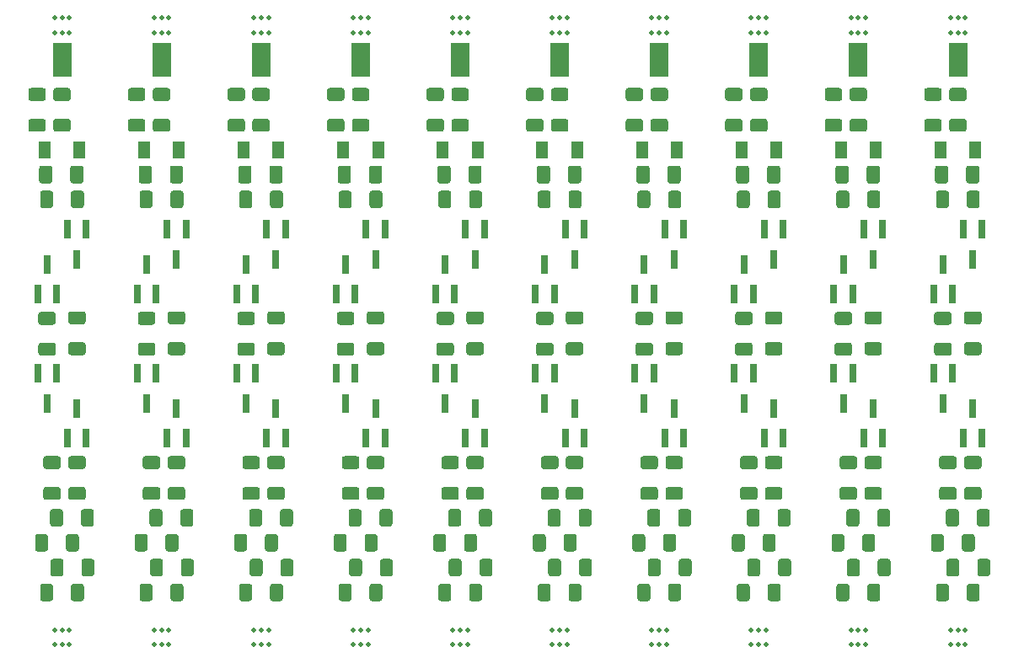
<source format=gbs>
G04 #@! TF.GenerationSoftware,KiCad,Pcbnew,(5.1.12)-1*
G04 #@! TF.CreationDate,2021-12-02T19:00:41+01:00*
G04 #@! TF.ProjectId,DIY Mic Electronic Panelized,44495920-4d69-4632-9045-6c656374726f,rev?*
G04 #@! TF.SameCoordinates,Original*
G04 #@! TF.FileFunction,Soldermask,Bot*
G04 #@! TF.FilePolarity,Negative*
%FSLAX46Y46*%
G04 Gerber Fmt 4.6, Leading zero omitted, Abs format (unit mm)*
G04 Created by KiCad (PCBNEW (5.1.12)-1) date 2021-12-02 19:00:41*
%MOMM*%
%LPD*%
G01*
G04 APERTURE LIST*
%ADD10C,0.500000*%
%ADD11R,1.300000X1.700000*%
%ADD12R,0.800000X1.900000*%
%ADD13R,1.850000X3.450000*%
G04 APERTURE END LIST*
D10*
X191000000Y-128250000D03*
X191000000Y-126750000D03*
X190250000Y-128250000D03*
X191750000Y-128250000D03*
X191750000Y-126750000D03*
X190250000Y-126750000D03*
X181000000Y-128250000D03*
X181000000Y-126750000D03*
X180250000Y-128250000D03*
X181750000Y-128250000D03*
X181750000Y-126750000D03*
X180250000Y-126750000D03*
X171000000Y-128250000D03*
X171000000Y-126750000D03*
X170250000Y-128250000D03*
X171750000Y-128250000D03*
X171750000Y-126750000D03*
X170250000Y-126750000D03*
X161000000Y-128250000D03*
X161000000Y-126750000D03*
X160250000Y-128250000D03*
X161750000Y-128250000D03*
X161750000Y-126750000D03*
X160250000Y-126750000D03*
X151000000Y-128250000D03*
X151000000Y-126750000D03*
X150250000Y-128250000D03*
X151750000Y-128250000D03*
X151750000Y-126750000D03*
X150250000Y-126750000D03*
X141000000Y-128250000D03*
X141000000Y-126750000D03*
X140250000Y-128250000D03*
X141750000Y-128250000D03*
X141750000Y-126750000D03*
X140250000Y-126750000D03*
X131000000Y-128250000D03*
X131000000Y-126750000D03*
X130250000Y-128250000D03*
X131750000Y-128250000D03*
X131750000Y-126750000D03*
X130250000Y-126750000D03*
X121000000Y-128250000D03*
X121000000Y-126750000D03*
X120250000Y-128250000D03*
X121750000Y-128250000D03*
X121750000Y-126750000D03*
X120250000Y-126750000D03*
X111000000Y-128250000D03*
X111000000Y-126750000D03*
X110250000Y-128250000D03*
X111750000Y-128250000D03*
X111750000Y-126750000D03*
X110250000Y-126750000D03*
X191750000Y-66750000D03*
X190250000Y-66750000D03*
X190250000Y-65250000D03*
X191750000Y-65250000D03*
X191000000Y-66750000D03*
X191000000Y-65250000D03*
X181750000Y-66750000D03*
X180250000Y-66750000D03*
X180250000Y-65250000D03*
X181750000Y-65250000D03*
X181000000Y-66750000D03*
X181000000Y-65250000D03*
X171750000Y-66750000D03*
X170250000Y-66750000D03*
X170250000Y-65250000D03*
X171750000Y-65250000D03*
X171000000Y-66750000D03*
X171000000Y-65250000D03*
X161750000Y-66750000D03*
X160250000Y-66750000D03*
X160250000Y-65250000D03*
X161750000Y-65250000D03*
X161000000Y-66750000D03*
X161000000Y-65250000D03*
X151750000Y-66750000D03*
X150250000Y-66750000D03*
X150250000Y-65250000D03*
X151750000Y-65250000D03*
X151000000Y-66750000D03*
X151000000Y-65250000D03*
X141750000Y-66750000D03*
X140250000Y-66750000D03*
X140250000Y-65250000D03*
X141750000Y-65250000D03*
X141000000Y-66750000D03*
X141000000Y-65250000D03*
X131750000Y-66750000D03*
X130250000Y-66750000D03*
X130250000Y-65250000D03*
X131750000Y-65250000D03*
X131000000Y-66750000D03*
X131000000Y-65250000D03*
X121750000Y-66750000D03*
X120250000Y-66750000D03*
X120250000Y-65250000D03*
X121750000Y-65250000D03*
X121000000Y-66750000D03*
X121000000Y-65250000D03*
X111750000Y-66750000D03*
X110250000Y-66750000D03*
X110250000Y-65250000D03*
X111750000Y-65250000D03*
X111000000Y-66750000D03*
X111000000Y-65250000D03*
D11*
X192750000Y-78500000D03*
X189250000Y-78500000D03*
X182750000Y-78500000D03*
X179250000Y-78500000D03*
X172750000Y-78500000D03*
X169250000Y-78500000D03*
X162750000Y-78500000D03*
X159250000Y-78500000D03*
X152750000Y-78500000D03*
X149250000Y-78500000D03*
X142750000Y-78500000D03*
X139250000Y-78500000D03*
X132750000Y-78500000D03*
X129250000Y-78500000D03*
X122750000Y-78500000D03*
X119250000Y-78500000D03*
X112750000Y-78500000D03*
X109250000Y-78500000D03*
G36*
G01*
X191874999Y-97850000D02*
X193125001Y-97850000D01*
G75*
G02*
X193375000Y-98099999I0J-249999D01*
G01*
X193375000Y-98900001D01*
G75*
G02*
X193125001Y-99150000I-249999J0D01*
G01*
X191874999Y-99150000D01*
G75*
G02*
X191625000Y-98900001I0J249999D01*
G01*
X191625000Y-98099999D01*
G75*
G02*
X191874999Y-97850000I249999J0D01*
G01*
G37*
G36*
G01*
X191874999Y-94750000D02*
X193125001Y-94750000D01*
G75*
G02*
X193375000Y-94999999I0J-249999D01*
G01*
X193375000Y-95800001D01*
G75*
G02*
X193125001Y-96050000I-249999J0D01*
G01*
X191874999Y-96050000D01*
G75*
G02*
X191625000Y-95800001I0J249999D01*
G01*
X191625000Y-94999999D01*
G75*
G02*
X191874999Y-94750000I249999J0D01*
G01*
G37*
G36*
G01*
X181874999Y-97850000D02*
X183125001Y-97850000D01*
G75*
G02*
X183375000Y-98099999I0J-249999D01*
G01*
X183375000Y-98900001D01*
G75*
G02*
X183125001Y-99150000I-249999J0D01*
G01*
X181874999Y-99150000D01*
G75*
G02*
X181625000Y-98900001I0J249999D01*
G01*
X181625000Y-98099999D01*
G75*
G02*
X181874999Y-97850000I249999J0D01*
G01*
G37*
G36*
G01*
X181874999Y-94750000D02*
X183125001Y-94750000D01*
G75*
G02*
X183375000Y-94999999I0J-249999D01*
G01*
X183375000Y-95800001D01*
G75*
G02*
X183125001Y-96050000I-249999J0D01*
G01*
X181874999Y-96050000D01*
G75*
G02*
X181625000Y-95800001I0J249999D01*
G01*
X181625000Y-94999999D01*
G75*
G02*
X181874999Y-94750000I249999J0D01*
G01*
G37*
G36*
G01*
X171874999Y-97850000D02*
X173125001Y-97850000D01*
G75*
G02*
X173375000Y-98099999I0J-249999D01*
G01*
X173375000Y-98900001D01*
G75*
G02*
X173125001Y-99150000I-249999J0D01*
G01*
X171874999Y-99150000D01*
G75*
G02*
X171625000Y-98900001I0J249999D01*
G01*
X171625000Y-98099999D01*
G75*
G02*
X171874999Y-97850000I249999J0D01*
G01*
G37*
G36*
G01*
X171874999Y-94750000D02*
X173125001Y-94750000D01*
G75*
G02*
X173375000Y-94999999I0J-249999D01*
G01*
X173375000Y-95800001D01*
G75*
G02*
X173125001Y-96050000I-249999J0D01*
G01*
X171874999Y-96050000D01*
G75*
G02*
X171625000Y-95800001I0J249999D01*
G01*
X171625000Y-94999999D01*
G75*
G02*
X171874999Y-94750000I249999J0D01*
G01*
G37*
G36*
G01*
X161874999Y-97850000D02*
X163125001Y-97850000D01*
G75*
G02*
X163375000Y-98099999I0J-249999D01*
G01*
X163375000Y-98900001D01*
G75*
G02*
X163125001Y-99150000I-249999J0D01*
G01*
X161874999Y-99150000D01*
G75*
G02*
X161625000Y-98900001I0J249999D01*
G01*
X161625000Y-98099999D01*
G75*
G02*
X161874999Y-97850000I249999J0D01*
G01*
G37*
G36*
G01*
X161874999Y-94750000D02*
X163125001Y-94750000D01*
G75*
G02*
X163375000Y-94999999I0J-249999D01*
G01*
X163375000Y-95800001D01*
G75*
G02*
X163125001Y-96050000I-249999J0D01*
G01*
X161874999Y-96050000D01*
G75*
G02*
X161625000Y-95800001I0J249999D01*
G01*
X161625000Y-94999999D01*
G75*
G02*
X161874999Y-94750000I249999J0D01*
G01*
G37*
G36*
G01*
X151874999Y-97850000D02*
X153125001Y-97850000D01*
G75*
G02*
X153375000Y-98099999I0J-249999D01*
G01*
X153375000Y-98900001D01*
G75*
G02*
X153125001Y-99150000I-249999J0D01*
G01*
X151874999Y-99150000D01*
G75*
G02*
X151625000Y-98900001I0J249999D01*
G01*
X151625000Y-98099999D01*
G75*
G02*
X151874999Y-97850000I249999J0D01*
G01*
G37*
G36*
G01*
X151874999Y-94750000D02*
X153125001Y-94750000D01*
G75*
G02*
X153375000Y-94999999I0J-249999D01*
G01*
X153375000Y-95800001D01*
G75*
G02*
X153125001Y-96050000I-249999J0D01*
G01*
X151874999Y-96050000D01*
G75*
G02*
X151625000Y-95800001I0J249999D01*
G01*
X151625000Y-94999999D01*
G75*
G02*
X151874999Y-94750000I249999J0D01*
G01*
G37*
G36*
G01*
X141874999Y-97850000D02*
X143125001Y-97850000D01*
G75*
G02*
X143375000Y-98099999I0J-249999D01*
G01*
X143375000Y-98900001D01*
G75*
G02*
X143125001Y-99150000I-249999J0D01*
G01*
X141874999Y-99150000D01*
G75*
G02*
X141625000Y-98900001I0J249999D01*
G01*
X141625000Y-98099999D01*
G75*
G02*
X141874999Y-97850000I249999J0D01*
G01*
G37*
G36*
G01*
X141874999Y-94750000D02*
X143125001Y-94750000D01*
G75*
G02*
X143375000Y-94999999I0J-249999D01*
G01*
X143375000Y-95800001D01*
G75*
G02*
X143125001Y-96050000I-249999J0D01*
G01*
X141874999Y-96050000D01*
G75*
G02*
X141625000Y-95800001I0J249999D01*
G01*
X141625000Y-94999999D01*
G75*
G02*
X141874999Y-94750000I249999J0D01*
G01*
G37*
G36*
G01*
X131874999Y-97850000D02*
X133125001Y-97850000D01*
G75*
G02*
X133375000Y-98099999I0J-249999D01*
G01*
X133375000Y-98900001D01*
G75*
G02*
X133125001Y-99150000I-249999J0D01*
G01*
X131874999Y-99150000D01*
G75*
G02*
X131625000Y-98900001I0J249999D01*
G01*
X131625000Y-98099999D01*
G75*
G02*
X131874999Y-97850000I249999J0D01*
G01*
G37*
G36*
G01*
X131874999Y-94750000D02*
X133125001Y-94750000D01*
G75*
G02*
X133375000Y-94999999I0J-249999D01*
G01*
X133375000Y-95800001D01*
G75*
G02*
X133125001Y-96050000I-249999J0D01*
G01*
X131874999Y-96050000D01*
G75*
G02*
X131625000Y-95800001I0J249999D01*
G01*
X131625000Y-94999999D01*
G75*
G02*
X131874999Y-94750000I249999J0D01*
G01*
G37*
G36*
G01*
X121874999Y-97850000D02*
X123125001Y-97850000D01*
G75*
G02*
X123375000Y-98099999I0J-249999D01*
G01*
X123375000Y-98900001D01*
G75*
G02*
X123125001Y-99150000I-249999J0D01*
G01*
X121874999Y-99150000D01*
G75*
G02*
X121625000Y-98900001I0J249999D01*
G01*
X121625000Y-98099999D01*
G75*
G02*
X121874999Y-97850000I249999J0D01*
G01*
G37*
G36*
G01*
X121874999Y-94750000D02*
X123125001Y-94750000D01*
G75*
G02*
X123375000Y-94999999I0J-249999D01*
G01*
X123375000Y-95800001D01*
G75*
G02*
X123125001Y-96050000I-249999J0D01*
G01*
X121874999Y-96050000D01*
G75*
G02*
X121625000Y-95800001I0J249999D01*
G01*
X121625000Y-94999999D01*
G75*
G02*
X121874999Y-94750000I249999J0D01*
G01*
G37*
G36*
G01*
X111874999Y-97850000D02*
X113125001Y-97850000D01*
G75*
G02*
X113375000Y-98099999I0J-249999D01*
G01*
X113375000Y-98900001D01*
G75*
G02*
X113125001Y-99150000I-249999J0D01*
G01*
X111874999Y-99150000D01*
G75*
G02*
X111625000Y-98900001I0J249999D01*
G01*
X111625000Y-98099999D01*
G75*
G02*
X111874999Y-97850000I249999J0D01*
G01*
G37*
G36*
G01*
X111874999Y-94750000D02*
X113125001Y-94750000D01*
G75*
G02*
X113375000Y-94999999I0J-249999D01*
G01*
X113375000Y-95800001D01*
G75*
G02*
X113125001Y-96050000I-249999J0D01*
G01*
X111874999Y-96050000D01*
G75*
G02*
X111625000Y-95800001I0J249999D01*
G01*
X111625000Y-94999999D01*
G75*
G02*
X111874999Y-94750000I249999J0D01*
G01*
G37*
G36*
G01*
X187874999Y-75400000D02*
X189125001Y-75400000D01*
G75*
G02*
X189375000Y-75649999I0J-249999D01*
G01*
X189375000Y-76450001D01*
G75*
G02*
X189125001Y-76700000I-249999J0D01*
G01*
X187874999Y-76700000D01*
G75*
G02*
X187625000Y-76450001I0J249999D01*
G01*
X187625000Y-75649999D01*
G75*
G02*
X187874999Y-75400000I249999J0D01*
G01*
G37*
G36*
G01*
X187874999Y-72300000D02*
X189125001Y-72300000D01*
G75*
G02*
X189375000Y-72549999I0J-249999D01*
G01*
X189375000Y-73350001D01*
G75*
G02*
X189125001Y-73600000I-249999J0D01*
G01*
X187874999Y-73600000D01*
G75*
G02*
X187625000Y-73350001I0J249999D01*
G01*
X187625000Y-72549999D01*
G75*
G02*
X187874999Y-72300000I249999J0D01*
G01*
G37*
G36*
G01*
X177874999Y-75400000D02*
X179125001Y-75400000D01*
G75*
G02*
X179375000Y-75649999I0J-249999D01*
G01*
X179375000Y-76450001D01*
G75*
G02*
X179125001Y-76700000I-249999J0D01*
G01*
X177874999Y-76700000D01*
G75*
G02*
X177625000Y-76450001I0J249999D01*
G01*
X177625000Y-75649999D01*
G75*
G02*
X177874999Y-75400000I249999J0D01*
G01*
G37*
G36*
G01*
X177874999Y-72300000D02*
X179125001Y-72300000D01*
G75*
G02*
X179375000Y-72549999I0J-249999D01*
G01*
X179375000Y-73350001D01*
G75*
G02*
X179125001Y-73600000I-249999J0D01*
G01*
X177874999Y-73600000D01*
G75*
G02*
X177625000Y-73350001I0J249999D01*
G01*
X177625000Y-72549999D01*
G75*
G02*
X177874999Y-72300000I249999J0D01*
G01*
G37*
G36*
G01*
X167874999Y-75400000D02*
X169125001Y-75400000D01*
G75*
G02*
X169375000Y-75649999I0J-249999D01*
G01*
X169375000Y-76450001D01*
G75*
G02*
X169125001Y-76700000I-249999J0D01*
G01*
X167874999Y-76700000D01*
G75*
G02*
X167625000Y-76450001I0J249999D01*
G01*
X167625000Y-75649999D01*
G75*
G02*
X167874999Y-75400000I249999J0D01*
G01*
G37*
G36*
G01*
X167874999Y-72300000D02*
X169125001Y-72300000D01*
G75*
G02*
X169375000Y-72549999I0J-249999D01*
G01*
X169375000Y-73350001D01*
G75*
G02*
X169125001Y-73600000I-249999J0D01*
G01*
X167874999Y-73600000D01*
G75*
G02*
X167625000Y-73350001I0J249999D01*
G01*
X167625000Y-72549999D01*
G75*
G02*
X167874999Y-72300000I249999J0D01*
G01*
G37*
G36*
G01*
X157874999Y-75400000D02*
X159125001Y-75400000D01*
G75*
G02*
X159375000Y-75649999I0J-249999D01*
G01*
X159375000Y-76450001D01*
G75*
G02*
X159125001Y-76700000I-249999J0D01*
G01*
X157874999Y-76700000D01*
G75*
G02*
X157625000Y-76450001I0J249999D01*
G01*
X157625000Y-75649999D01*
G75*
G02*
X157874999Y-75400000I249999J0D01*
G01*
G37*
G36*
G01*
X157874999Y-72300000D02*
X159125001Y-72300000D01*
G75*
G02*
X159375000Y-72549999I0J-249999D01*
G01*
X159375000Y-73350001D01*
G75*
G02*
X159125001Y-73600000I-249999J0D01*
G01*
X157874999Y-73600000D01*
G75*
G02*
X157625000Y-73350001I0J249999D01*
G01*
X157625000Y-72549999D01*
G75*
G02*
X157874999Y-72300000I249999J0D01*
G01*
G37*
G36*
G01*
X147874999Y-75400000D02*
X149125001Y-75400000D01*
G75*
G02*
X149375000Y-75649999I0J-249999D01*
G01*
X149375000Y-76450001D01*
G75*
G02*
X149125001Y-76700000I-249999J0D01*
G01*
X147874999Y-76700000D01*
G75*
G02*
X147625000Y-76450001I0J249999D01*
G01*
X147625000Y-75649999D01*
G75*
G02*
X147874999Y-75400000I249999J0D01*
G01*
G37*
G36*
G01*
X147874999Y-72300000D02*
X149125001Y-72300000D01*
G75*
G02*
X149375000Y-72549999I0J-249999D01*
G01*
X149375000Y-73350001D01*
G75*
G02*
X149125001Y-73600000I-249999J0D01*
G01*
X147874999Y-73600000D01*
G75*
G02*
X147625000Y-73350001I0J249999D01*
G01*
X147625000Y-72549999D01*
G75*
G02*
X147874999Y-72300000I249999J0D01*
G01*
G37*
G36*
G01*
X137874999Y-75400000D02*
X139125001Y-75400000D01*
G75*
G02*
X139375000Y-75649999I0J-249999D01*
G01*
X139375000Y-76450001D01*
G75*
G02*
X139125001Y-76700000I-249999J0D01*
G01*
X137874999Y-76700000D01*
G75*
G02*
X137625000Y-76450001I0J249999D01*
G01*
X137625000Y-75649999D01*
G75*
G02*
X137874999Y-75400000I249999J0D01*
G01*
G37*
G36*
G01*
X137874999Y-72300000D02*
X139125001Y-72300000D01*
G75*
G02*
X139375000Y-72549999I0J-249999D01*
G01*
X139375000Y-73350001D01*
G75*
G02*
X139125001Y-73600000I-249999J0D01*
G01*
X137874999Y-73600000D01*
G75*
G02*
X137625000Y-73350001I0J249999D01*
G01*
X137625000Y-72549999D01*
G75*
G02*
X137874999Y-72300000I249999J0D01*
G01*
G37*
G36*
G01*
X127874999Y-75400000D02*
X129125001Y-75400000D01*
G75*
G02*
X129375000Y-75649999I0J-249999D01*
G01*
X129375000Y-76450001D01*
G75*
G02*
X129125001Y-76700000I-249999J0D01*
G01*
X127874999Y-76700000D01*
G75*
G02*
X127625000Y-76450001I0J249999D01*
G01*
X127625000Y-75649999D01*
G75*
G02*
X127874999Y-75400000I249999J0D01*
G01*
G37*
G36*
G01*
X127874999Y-72300000D02*
X129125001Y-72300000D01*
G75*
G02*
X129375000Y-72549999I0J-249999D01*
G01*
X129375000Y-73350001D01*
G75*
G02*
X129125001Y-73600000I-249999J0D01*
G01*
X127874999Y-73600000D01*
G75*
G02*
X127625000Y-73350001I0J249999D01*
G01*
X127625000Y-72549999D01*
G75*
G02*
X127874999Y-72300000I249999J0D01*
G01*
G37*
G36*
G01*
X117874999Y-75400000D02*
X119125001Y-75400000D01*
G75*
G02*
X119375000Y-75649999I0J-249999D01*
G01*
X119375000Y-76450001D01*
G75*
G02*
X119125001Y-76700000I-249999J0D01*
G01*
X117874999Y-76700000D01*
G75*
G02*
X117625000Y-76450001I0J249999D01*
G01*
X117625000Y-75649999D01*
G75*
G02*
X117874999Y-75400000I249999J0D01*
G01*
G37*
G36*
G01*
X117874999Y-72300000D02*
X119125001Y-72300000D01*
G75*
G02*
X119375000Y-72549999I0J-249999D01*
G01*
X119375000Y-73350001D01*
G75*
G02*
X119125001Y-73600000I-249999J0D01*
G01*
X117874999Y-73600000D01*
G75*
G02*
X117625000Y-73350001I0J249999D01*
G01*
X117625000Y-72549999D01*
G75*
G02*
X117874999Y-72300000I249999J0D01*
G01*
G37*
G36*
G01*
X107874999Y-75400000D02*
X109125001Y-75400000D01*
G75*
G02*
X109375000Y-75649999I0J-249999D01*
G01*
X109375000Y-76450001D01*
G75*
G02*
X109125001Y-76700000I-249999J0D01*
G01*
X107874999Y-76700000D01*
G75*
G02*
X107625000Y-76450001I0J249999D01*
G01*
X107625000Y-75649999D01*
G75*
G02*
X107874999Y-75400000I249999J0D01*
G01*
G37*
G36*
G01*
X107874999Y-72300000D02*
X109125001Y-72300000D01*
G75*
G02*
X109375000Y-72549999I0J-249999D01*
G01*
X109375000Y-73350001D01*
G75*
G02*
X109125001Y-73600000I-249999J0D01*
G01*
X107874999Y-73600000D01*
G75*
G02*
X107625000Y-73350001I0J249999D01*
G01*
X107625000Y-72549999D01*
G75*
G02*
X107874999Y-72300000I249999J0D01*
G01*
G37*
G36*
G01*
X188800000Y-123625001D02*
X188800000Y-122374999D01*
G75*
G02*
X189049999Y-122125000I249999J0D01*
G01*
X189850001Y-122125000D01*
G75*
G02*
X190100000Y-122374999I0J-249999D01*
G01*
X190100000Y-123625001D01*
G75*
G02*
X189850001Y-123875000I-249999J0D01*
G01*
X189049999Y-123875000D01*
G75*
G02*
X188800000Y-123625001I0J249999D01*
G01*
G37*
G36*
G01*
X191900000Y-123625001D02*
X191900000Y-122374999D01*
G75*
G02*
X192149999Y-122125000I249999J0D01*
G01*
X192950001Y-122125000D01*
G75*
G02*
X193200000Y-122374999I0J-249999D01*
G01*
X193200000Y-123625001D01*
G75*
G02*
X192950001Y-123875000I-249999J0D01*
G01*
X192149999Y-123875000D01*
G75*
G02*
X191900000Y-123625001I0J249999D01*
G01*
G37*
G36*
G01*
X178800000Y-123625001D02*
X178800000Y-122374999D01*
G75*
G02*
X179049999Y-122125000I249999J0D01*
G01*
X179850001Y-122125000D01*
G75*
G02*
X180100000Y-122374999I0J-249999D01*
G01*
X180100000Y-123625001D01*
G75*
G02*
X179850001Y-123875000I-249999J0D01*
G01*
X179049999Y-123875000D01*
G75*
G02*
X178800000Y-123625001I0J249999D01*
G01*
G37*
G36*
G01*
X181900000Y-123625001D02*
X181900000Y-122374999D01*
G75*
G02*
X182149999Y-122125000I249999J0D01*
G01*
X182950001Y-122125000D01*
G75*
G02*
X183200000Y-122374999I0J-249999D01*
G01*
X183200000Y-123625001D01*
G75*
G02*
X182950001Y-123875000I-249999J0D01*
G01*
X182149999Y-123875000D01*
G75*
G02*
X181900000Y-123625001I0J249999D01*
G01*
G37*
G36*
G01*
X168800000Y-123625001D02*
X168800000Y-122374999D01*
G75*
G02*
X169049999Y-122125000I249999J0D01*
G01*
X169850001Y-122125000D01*
G75*
G02*
X170100000Y-122374999I0J-249999D01*
G01*
X170100000Y-123625001D01*
G75*
G02*
X169850001Y-123875000I-249999J0D01*
G01*
X169049999Y-123875000D01*
G75*
G02*
X168800000Y-123625001I0J249999D01*
G01*
G37*
G36*
G01*
X171900000Y-123625001D02*
X171900000Y-122374999D01*
G75*
G02*
X172149999Y-122125000I249999J0D01*
G01*
X172950001Y-122125000D01*
G75*
G02*
X173200000Y-122374999I0J-249999D01*
G01*
X173200000Y-123625001D01*
G75*
G02*
X172950001Y-123875000I-249999J0D01*
G01*
X172149999Y-123875000D01*
G75*
G02*
X171900000Y-123625001I0J249999D01*
G01*
G37*
G36*
G01*
X158800000Y-123625001D02*
X158800000Y-122374999D01*
G75*
G02*
X159049999Y-122125000I249999J0D01*
G01*
X159850001Y-122125000D01*
G75*
G02*
X160100000Y-122374999I0J-249999D01*
G01*
X160100000Y-123625001D01*
G75*
G02*
X159850001Y-123875000I-249999J0D01*
G01*
X159049999Y-123875000D01*
G75*
G02*
X158800000Y-123625001I0J249999D01*
G01*
G37*
G36*
G01*
X161900000Y-123625001D02*
X161900000Y-122374999D01*
G75*
G02*
X162149999Y-122125000I249999J0D01*
G01*
X162950001Y-122125000D01*
G75*
G02*
X163200000Y-122374999I0J-249999D01*
G01*
X163200000Y-123625001D01*
G75*
G02*
X162950001Y-123875000I-249999J0D01*
G01*
X162149999Y-123875000D01*
G75*
G02*
X161900000Y-123625001I0J249999D01*
G01*
G37*
G36*
G01*
X148800000Y-123625001D02*
X148800000Y-122374999D01*
G75*
G02*
X149049999Y-122125000I249999J0D01*
G01*
X149850001Y-122125000D01*
G75*
G02*
X150100000Y-122374999I0J-249999D01*
G01*
X150100000Y-123625001D01*
G75*
G02*
X149850001Y-123875000I-249999J0D01*
G01*
X149049999Y-123875000D01*
G75*
G02*
X148800000Y-123625001I0J249999D01*
G01*
G37*
G36*
G01*
X151900000Y-123625001D02*
X151900000Y-122374999D01*
G75*
G02*
X152149999Y-122125000I249999J0D01*
G01*
X152950001Y-122125000D01*
G75*
G02*
X153200000Y-122374999I0J-249999D01*
G01*
X153200000Y-123625001D01*
G75*
G02*
X152950001Y-123875000I-249999J0D01*
G01*
X152149999Y-123875000D01*
G75*
G02*
X151900000Y-123625001I0J249999D01*
G01*
G37*
G36*
G01*
X138800000Y-123625001D02*
X138800000Y-122374999D01*
G75*
G02*
X139049999Y-122125000I249999J0D01*
G01*
X139850001Y-122125000D01*
G75*
G02*
X140100000Y-122374999I0J-249999D01*
G01*
X140100000Y-123625001D01*
G75*
G02*
X139850001Y-123875000I-249999J0D01*
G01*
X139049999Y-123875000D01*
G75*
G02*
X138800000Y-123625001I0J249999D01*
G01*
G37*
G36*
G01*
X141900000Y-123625001D02*
X141900000Y-122374999D01*
G75*
G02*
X142149999Y-122125000I249999J0D01*
G01*
X142950001Y-122125000D01*
G75*
G02*
X143200000Y-122374999I0J-249999D01*
G01*
X143200000Y-123625001D01*
G75*
G02*
X142950001Y-123875000I-249999J0D01*
G01*
X142149999Y-123875000D01*
G75*
G02*
X141900000Y-123625001I0J249999D01*
G01*
G37*
G36*
G01*
X128800000Y-123625001D02*
X128800000Y-122374999D01*
G75*
G02*
X129049999Y-122125000I249999J0D01*
G01*
X129850001Y-122125000D01*
G75*
G02*
X130100000Y-122374999I0J-249999D01*
G01*
X130100000Y-123625001D01*
G75*
G02*
X129850001Y-123875000I-249999J0D01*
G01*
X129049999Y-123875000D01*
G75*
G02*
X128800000Y-123625001I0J249999D01*
G01*
G37*
G36*
G01*
X131900000Y-123625001D02*
X131900000Y-122374999D01*
G75*
G02*
X132149999Y-122125000I249999J0D01*
G01*
X132950001Y-122125000D01*
G75*
G02*
X133200000Y-122374999I0J-249999D01*
G01*
X133200000Y-123625001D01*
G75*
G02*
X132950001Y-123875000I-249999J0D01*
G01*
X132149999Y-123875000D01*
G75*
G02*
X131900000Y-123625001I0J249999D01*
G01*
G37*
G36*
G01*
X118800000Y-123625001D02*
X118800000Y-122374999D01*
G75*
G02*
X119049999Y-122125000I249999J0D01*
G01*
X119850001Y-122125000D01*
G75*
G02*
X120100000Y-122374999I0J-249999D01*
G01*
X120100000Y-123625001D01*
G75*
G02*
X119850001Y-123875000I-249999J0D01*
G01*
X119049999Y-123875000D01*
G75*
G02*
X118800000Y-123625001I0J249999D01*
G01*
G37*
G36*
G01*
X121900000Y-123625001D02*
X121900000Y-122374999D01*
G75*
G02*
X122149999Y-122125000I249999J0D01*
G01*
X122950001Y-122125000D01*
G75*
G02*
X123200000Y-122374999I0J-249999D01*
G01*
X123200000Y-123625001D01*
G75*
G02*
X122950001Y-123875000I-249999J0D01*
G01*
X122149999Y-123875000D01*
G75*
G02*
X121900000Y-123625001I0J249999D01*
G01*
G37*
G36*
G01*
X108800000Y-123625001D02*
X108800000Y-122374999D01*
G75*
G02*
X109049999Y-122125000I249999J0D01*
G01*
X109850001Y-122125000D01*
G75*
G02*
X110100000Y-122374999I0J-249999D01*
G01*
X110100000Y-123625001D01*
G75*
G02*
X109850001Y-123875000I-249999J0D01*
G01*
X109049999Y-123875000D01*
G75*
G02*
X108800000Y-123625001I0J249999D01*
G01*
G37*
G36*
G01*
X111900000Y-123625001D02*
X111900000Y-122374999D01*
G75*
G02*
X112149999Y-122125000I249999J0D01*
G01*
X112950001Y-122125000D01*
G75*
G02*
X113200000Y-122374999I0J-249999D01*
G01*
X113200000Y-123625001D01*
G75*
G02*
X112950001Y-123875000I-249999J0D01*
G01*
X112149999Y-123875000D01*
G75*
G02*
X111900000Y-123625001I0J249999D01*
G01*
G37*
G36*
G01*
X191625001Y-76700000D02*
X190374999Y-76700000D01*
G75*
G02*
X190125000Y-76450001I0J249999D01*
G01*
X190125000Y-75649999D01*
G75*
G02*
X190374999Y-75400000I249999J0D01*
G01*
X191625001Y-75400000D01*
G75*
G02*
X191875000Y-75649999I0J-249999D01*
G01*
X191875000Y-76450001D01*
G75*
G02*
X191625001Y-76700000I-249999J0D01*
G01*
G37*
G36*
G01*
X191625001Y-73600000D02*
X190374999Y-73600000D01*
G75*
G02*
X190125000Y-73350001I0J249999D01*
G01*
X190125000Y-72549999D01*
G75*
G02*
X190374999Y-72300000I249999J0D01*
G01*
X191625001Y-72300000D01*
G75*
G02*
X191875000Y-72549999I0J-249999D01*
G01*
X191875000Y-73350001D01*
G75*
G02*
X191625001Y-73600000I-249999J0D01*
G01*
G37*
G36*
G01*
X181625001Y-76700000D02*
X180374999Y-76700000D01*
G75*
G02*
X180125000Y-76450001I0J249999D01*
G01*
X180125000Y-75649999D01*
G75*
G02*
X180374999Y-75400000I249999J0D01*
G01*
X181625001Y-75400000D01*
G75*
G02*
X181875000Y-75649999I0J-249999D01*
G01*
X181875000Y-76450001D01*
G75*
G02*
X181625001Y-76700000I-249999J0D01*
G01*
G37*
G36*
G01*
X181625001Y-73600000D02*
X180374999Y-73600000D01*
G75*
G02*
X180125000Y-73350001I0J249999D01*
G01*
X180125000Y-72549999D01*
G75*
G02*
X180374999Y-72300000I249999J0D01*
G01*
X181625001Y-72300000D01*
G75*
G02*
X181875000Y-72549999I0J-249999D01*
G01*
X181875000Y-73350001D01*
G75*
G02*
X181625001Y-73600000I-249999J0D01*
G01*
G37*
G36*
G01*
X171625001Y-76700000D02*
X170374999Y-76700000D01*
G75*
G02*
X170125000Y-76450001I0J249999D01*
G01*
X170125000Y-75649999D01*
G75*
G02*
X170374999Y-75400000I249999J0D01*
G01*
X171625001Y-75400000D01*
G75*
G02*
X171875000Y-75649999I0J-249999D01*
G01*
X171875000Y-76450001D01*
G75*
G02*
X171625001Y-76700000I-249999J0D01*
G01*
G37*
G36*
G01*
X171625001Y-73600000D02*
X170374999Y-73600000D01*
G75*
G02*
X170125000Y-73350001I0J249999D01*
G01*
X170125000Y-72549999D01*
G75*
G02*
X170374999Y-72300000I249999J0D01*
G01*
X171625001Y-72300000D01*
G75*
G02*
X171875000Y-72549999I0J-249999D01*
G01*
X171875000Y-73350001D01*
G75*
G02*
X171625001Y-73600000I-249999J0D01*
G01*
G37*
G36*
G01*
X161625001Y-76700000D02*
X160374999Y-76700000D01*
G75*
G02*
X160125000Y-76450001I0J249999D01*
G01*
X160125000Y-75649999D01*
G75*
G02*
X160374999Y-75400000I249999J0D01*
G01*
X161625001Y-75400000D01*
G75*
G02*
X161875000Y-75649999I0J-249999D01*
G01*
X161875000Y-76450001D01*
G75*
G02*
X161625001Y-76700000I-249999J0D01*
G01*
G37*
G36*
G01*
X161625001Y-73600000D02*
X160374999Y-73600000D01*
G75*
G02*
X160125000Y-73350001I0J249999D01*
G01*
X160125000Y-72549999D01*
G75*
G02*
X160374999Y-72300000I249999J0D01*
G01*
X161625001Y-72300000D01*
G75*
G02*
X161875000Y-72549999I0J-249999D01*
G01*
X161875000Y-73350001D01*
G75*
G02*
X161625001Y-73600000I-249999J0D01*
G01*
G37*
G36*
G01*
X151625001Y-76700000D02*
X150374999Y-76700000D01*
G75*
G02*
X150125000Y-76450001I0J249999D01*
G01*
X150125000Y-75649999D01*
G75*
G02*
X150374999Y-75400000I249999J0D01*
G01*
X151625001Y-75400000D01*
G75*
G02*
X151875000Y-75649999I0J-249999D01*
G01*
X151875000Y-76450001D01*
G75*
G02*
X151625001Y-76700000I-249999J0D01*
G01*
G37*
G36*
G01*
X151625001Y-73600000D02*
X150374999Y-73600000D01*
G75*
G02*
X150125000Y-73350001I0J249999D01*
G01*
X150125000Y-72549999D01*
G75*
G02*
X150374999Y-72300000I249999J0D01*
G01*
X151625001Y-72300000D01*
G75*
G02*
X151875000Y-72549999I0J-249999D01*
G01*
X151875000Y-73350001D01*
G75*
G02*
X151625001Y-73600000I-249999J0D01*
G01*
G37*
G36*
G01*
X141625001Y-76700000D02*
X140374999Y-76700000D01*
G75*
G02*
X140125000Y-76450001I0J249999D01*
G01*
X140125000Y-75649999D01*
G75*
G02*
X140374999Y-75400000I249999J0D01*
G01*
X141625001Y-75400000D01*
G75*
G02*
X141875000Y-75649999I0J-249999D01*
G01*
X141875000Y-76450001D01*
G75*
G02*
X141625001Y-76700000I-249999J0D01*
G01*
G37*
G36*
G01*
X141625001Y-73600000D02*
X140374999Y-73600000D01*
G75*
G02*
X140125000Y-73350001I0J249999D01*
G01*
X140125000Y-72549999D01*
G75*
G02*
X140374999Y-72300000I249999J0D01*
G01*
X141625001Y-72300000D01*
G75*
G02*
X141875000Y-72549999I0J-249999D01*
G01*
X141875000Y-73350001D01*
G75*
G02*
X141625001Y-73600000I-249999J0D01*
G01*
G37*
G36*
G01*
X131625001Y-76700000D02*
X130374999Y-76700000D01*
G75*
G02*
X130125000Y-76450001I0J249999D01*
G01*
X130125000Y-75649999D01*
G75*
G02*
X130374999Y-75400000I249999J0D01*
G01*
X131625001Y-75400000D01*
G75*
G02*
X131875000Y-75649999I0J-249999D01*
G01*
X131875000Y-76450001D01*
G75*
G02*
X131625001Y-76700000I-249999J0D01*
G01*
G37*
G36*
G01*
X131625001Y-73600000D02*
X130374999Y-73600000D01*
G75*
G02*
X130125000Y-73350001I0J249999D01*
G01*
X130125000Y-72549999D01*
G75*
G02*
X130374999Y-72300000I249999J0D01*
G01*
X131625001Y-72300000D01*
G75*
G02*
X131875000Y-72549999I0J-249999D01*
G01*
X131875000Y-73350001D01*
G75*
G02*
X131625001Y-73600000I-249999J0D01*
G01*
G37*
G36*
G01*
X121625001Y-76700000D02*
X120374999Y-76700000D01*
G75*
G02*
X120125000Y-76450001I0J249999D01*
G01*
X120125000Y-75649999D01*
G75*
G02*
X120374999Y-75400000I249999J0D01*
G01*
X121625001Y-75400000D01*
G75*
G02*
X121875000Y-75649999I0J-249999D01*
G01*
X121875000Y-76450001D01*
G75*
G02*
X121625001Y-76700000I-249999J0D01*
G01*
G37*
G36*
G01*
X121625001Y-73600000D02*
X120374999Y-73600000D01*
G75*
G02*
X120125000Y-73350001I0J249999D01*
G01*
X120125000Y-72549999D01*
G75*
G02*
X120374999Y-72300000I249999J0D01*
G01*
X121625001Y-72300000D01*
G75*
G02*
X121875000Y-72549999I0J-249999D01*
G01*
X121875000Y-73350001D01*
G75*
G02*
X121625001Y-73600000I-249999J0D01*
G01*
G37*
G36*
G01*
X111625001Y-76700000D02*
X110374999Y-76700000D01*
G75*
G02*
X110125000Y-76450001I0J249999D01*
G01*
X110125000Y-75649999D01*
G75*
G02*
X110374999Y-75400000I249999J0D01*
G01*
X111625001Y-75400000D01*
G75*
G02*
X111875000Y-75649999I0J-249999D01*
G01*
X111875000Y-76450001D01*
G75*
G02*
X111625001Y-76700000I-249999J0D01*
G01*
G37*
G36*
G01*
X111625001Y-73600000D02*
X110374999Y-73600000D01*
G75*
G02*
X110125000Y-73350001I0J249999D01*
G01*
X110125000Y-72549999D01*
G75*
G02*
X110374999Y-72300000I249999J0D01*
G01*
X111625001Y-72300000D01*
G75*
G02*
X111875000Y-72549999I0J-249999D01*
G01*
X111875000Y-73350001D01*
G75*
G02*
X111625001Y-73600000I-249999J0D01*
G01*
G37*
G36*
G01*
X189374999Y-112400000D02*
X190625001Y-112400000D01*
G75*
G02*
X190875000Y-112649999I0J-249999D01*
G01*
X190875000Y-113450001D01*
G75*
G02*
X190625001Y-113700000I-249999J0D01*
G01*
X189374999Y-113700000D01*
G75*
G02*
X189125000Y-113450001I0J249999D01*
G01*
X189125000Y-112649999D01*
G75*
G02*
X189374999Y-112400000I249999J0D01*
G01*
G37*
G36*
G01*
X189374999Y-109300000D02*
X190625001Y-109300000D01*
G75*
G02*
X190875000Y-109549999I0J-249999D01*
G01*
X190875000Y-110350001D01*
G75*
G02*
X190625001Y-110600000I-249999J0D01*
G01*
X189374999Y-110600000D01*
G75*
G02*
X189125000Y-110350001I0J249999D01*
G01*
X189125000Y-109549999D01*
G75*
G02*
X189374999Y-109300000I249999J0D01*
G01*
G37*
G36*
G01*
X179374999Y-112400000D02*
X180625001Y-112400000D01*
G75*
G02*
X180875000Y-112649999I0J-249999D01*
G01*
X180875000Y-113450001D01*
G75*
G02*
X180625001Y-113700000I-249999J0D01*
G01*
X179374999Y-113700000D01*
G75*
G02*
X179125000Y-113450001I0J249999D01*
G01*
X179125000Y-112649999D01*
G75*
G02*
X179374999Y-112400000I249999J0D01*
G01*
G37*
G36*
G01*
X179374999Y-109300000D02*
X180625001Y-109300000D01*
G75*
G02*
X180875000Y-109549999I0J-249999D01*
G01*
X180875000Y-110350001D01*
G75*
G02*
X180625001Y-110600000I-249999J0D01*
G01*
X179374999Y-110600000D01*
G75*
G02*
X179125000Y-110350001I0J249999D01*
G01*
X179125000Y-109549999D01*
G75*
G02*
X179374999Y-109300000I249999J0D01*
G01*
G37*
G36*
G01*
X169374999Y-112400000D02*
X170625001Y-112400000D01*
G75*
G02*
X170875000Y-112649999I0J-249999D01*
G01*
X170875000Y-113450001D01*
G75*
G02*
X170625001Y-113700000I-249999J0D01*
G01*
X169374999Y-113700000D01*
G75*
G02*
X169125000Y-113450001I0J249999D01*
G01*
X169125000Y-112649999D01*
G75*
G02*
X169374999Y-112400000I249999J0D01*
G01*
G37*
G36*
G01*
X169374999Y-109300000D02*
X170625001Y-109300000D01*
G75*
G02*
X170875000Y-109549999I0J-249999D01*
G01*
X170875000Y-110350001D01*
G75*
G02*
X170625001Y-110600000I-249999J0D01*
G01*
X169374999Y-110600000D01*
G75*
G02*
X169125000Y-110350001I0J249999D01*
G01*
X169125000Y-109549999D01*
G75*
G02*
X169374999Y-109300000I249999J0D01*
G01*
G37*
G36*
G01*
X159374999Y-112400000D02*
X160625001Y-112400000D01*
G75*
G02*
X160875000Y-112649999I0J-249999D01*
G01*
X160875000Y-113450001D01*
G75*
G02*
X160625001Y-113700000I-249999J0D01*
G01*
X159374999Y-113700000D01*
G75*
G02*
X159125000Y-113450001I0J249999D01*
G01*
X159125000Y-112649999D01*
G75*
G02*
X159374999Y-112400000I249999J0D01*
G01*
G37*
G36*
G01*
X159374999Y-109300000D02*
X160625001Y-109300000D01*
G75*
G02*
X160875000Y-109549999I0J-249999D01*
G01*
X160875000Y-110350001D01*
G75*
G02*
X160625001Y-110600000I-249999J0D01*
G01*
X159374999Y-110600000D01*
G75*
G02*
X159125000Y-110350001I0J249999D01*
G01*
X159125000Y-109549999D01*
G75*
G02*
X159374999Y-109300000I249999J0D01*
G01*
G37*
G36*
G01*
X149374999Y-112400000D02*
X150625001Y-112400000D01*
G75*
G02*
X150875000Y-112649999I0J-249999D01*
G01*
X150875000Y-113450001D01*
G75*
G02*
X150625001Y-113700000I-249999J0D01*
G01*
X149374999Y-113700000D01*
G75*
G02*
X149125000Y-113450001I0J249999D01*
G01*
X149125000Y-112649999D01*
G75*
G02*
X149374999Y-112400000I249999J0D01*
G01*
G37*
G36*
G01*
X149374999Y-109300000D02*
X150625001Y-109300000D01*
G75*
G02*
X150875000Y-109549999I0J-249999D01*
G01*
X150875000Y-110350001D01*
G75*
G02*
X150625001Y-110600000I-249999J0D01*
G01*
X149374999Y-110600000D01*
G75*
G02*
X149125000Y-110350001I0J249999D01*
G01*
X149125000Y-109549999D01*
G75*
G02*
X149374999Y-109300000I249999J0D01*
G01*
G37*
G36*
G01*
X139374999Y-112400000D02*
X140625001Y-112400000D01*
G75*
G02*
X140875000Y-112649999I0J-249999D01*
G01*
X140875000Y-113450001D01*
G75*
G02*
X140625001Y-113700000I-249999J0D01*
G01*
X139374999Y-113700000D01*
G75*
G02*
X139125000Y-113450001I0J249999D01*
G01*
X139125000Y-112649999D01*
G75*
G02*
X139374999Y-112400000I249999J0D01*
G01*
G37*
G36*
G01*
X139374999Y-109300000D02*
X140625001Y-109300000D01*
G75*
G02*
X140875000Y-109549999I0J-249999D01*
G01*
X140875000Y-110350001D01*
G75*
G02*
X140625001Y-110600000I-249999J0D01*
G01*
X139374999Y-110600000D01*
G75*
G02*
X139125000Y-110350001I0J249999D01*
G01*
X139125000Y-109549999D01*
G75*
G02*
X139374999Y-109300000I249999J0D01*
G01*
G37*
G36*
G01*
X129374999Y-112400000D02*
X130625001Y-112400000D01*
G75*
G02*
X130875000Y-112649999I0J-249999D01*
G01*
X130875000Y-113450001D01*
G75*
G02*
X130625001Y-113700000I-249999J0D01*
G01*
X129374999Y-113700000D01*
G75*
G02*
X129125000Y-113450001I0J249999D01*
G01*
X129125000Y-112649999D01*
G75*
G02*
X129374999Y-112400000I249999J0D01*
G01*
G37*
G36*
G01*
X129374999Y-109300000D02*
X130625001Y-109300000D01*
G75*
G02*
X130875000Y-109549999I0J-249999D01*
G01*
X130875000Y-110350001D01*
G75*
G02*
X130625001Y-110600000I-249999J0D01*
G01*
X129374999Y-110600000D01*
G75*
G02*
X129125000Y-110350001I0J249999D01*
G01*
X129125000Y-109549999D01*
G75*
G02*
X129374999Y-109300000I249999J0D01*
G01*
G37*
G36*
G01*
X119374999Y-112400000D02*
X120625001Y-112400000D01*
G75*
G02*
X120875000Y-112649999I0J-249999D01*
G01*
X120875000Y-113450001D01*
G75*
G02*
X120625001Y-113700000I-249999J0D01*
G01*
X119374999Y-113700000D01*
G75*
G02*
X119125000Y-113450001I0J249999D01*
G01*
X119125000Y-112649999D01*
G75*
G02*
X119374999Y-112400000I249999J0D01*
G01*
G37*
G36*
G01*
X119374999Y-109300000D02*
X120625001Y-109300000D01*
G75*
G02*
X120875000Y-109549999I0J-249999D01*
G01*
X120875000Y-110350001D01*
G75*
G02*
X120625001Y-110600000I-249999J0D01*
G01*
X119374999Y-110600000D01*
G75*
G02*
X119125000Y-110350001I0J249999D01*
G01*
X119125000Y-109549999D01*
G75*
G02*
X119374999Y-109300000I249999J0D01*
G01*
G37*
G36*
G01*
X109374999Y-112400000D02*
X110625001Y-112400000D01*
G75*
G02*
X110875000Y-112649999I0J-249999D01*
G01*
X110875000Y-113450001D01*
G75*
G02*
X110625001Y-113700000I-249999J0D01*
G01*
X109374999Y-113700000D01*
G75*
G02*
X109125000Y-113450001I0J249999D01*
G01*
X109125000Y-112649999D01*
G75*
G02*
X109374999Y-112400000I249999J0D01*
G01*
G37*
G36*
G01*
X109374999Y-109300000D02*
X110625001Y-109300000D01*
G75*
G02*
X110875000Y-109549999I0J-249999D01*
G01*
X110875000Y-110350001D01*
G75*
G02*
X110625001Y-110600000I-249999J0D01*
G01*
X109374999Y-110600000D01*
G75*
G02*
X109125000Y-110350001I0J249999D01*
G01*
X109125000Y-109549999D01*
G75*
G02*
X109374999Y-109300000I249999J0D01*
G01*
G37*
G36*
G01*
X191900000Y-84125001D02*
X191900000Y-82874999D01*
G75*
G02*
X192149999Y-82625000I249999J0D01*
G01*
X192950001Y-82625000D01*
G75*
G02*
X193200000Y-82874999I0J-249999D01*
G01*
X193200000Y-84125001D01*
G75*
G02*
X192950001Y-84375000I-249999J0D01*
G01*
X192149999Y-84375000D01*
G75*
G02*
X191900000Y-84125001I0J249999D01*
G01*
G37*
G36*
G01*
X188800000Y-84125001D02*
X188800000Y-82874999D01*
G75*
G02*
X189049999Y-82625000I249999J0D01*
G01*
X189850001Y-82625000D01*
G75*
G02*
X190100000Y-82874999I0J-249999D01*
G01*
X190100000Y-84125001D01*
G75*
G02*
X189850001Y-84375000I-249999J0D01*
G01*
X189049999Y-84375000D01*
G75*
G02*
X188800000Y-84125001I0J249999D01*
G01*
G37*
G36*
G01*
X181900000Y-84125001D02*
X181900000Y-82874999D01*
G75*
G02*
X182149999Y-82625000I249999J0D01*
G01*
X182950001Y-82625000D01*
G75*
G02*
X183200000Y-82874999I0J-249999D01*
G01*
X183200000Y-84125001D01*
G75*
G02*
X182950001Y-84375000I-249999J0D01*
G01*
X182149999Y-84375000D01*
G75*
G02*
X181900000Y-84125001I0J249999D01*
G01*
G37*
G36*
G01*
X178800000Y-84125001D02*
X178800000Y-82874999D01*
G75*
G02*
X179049999Y-82625000I249999J0D01*
G01*
X179850001Y-82625000D01*
G75*
G02*
X180100000Y-82874999I0J-249999D01*
G01*
X180100000Y-84125001D01*
G75*
G02*
X179850001Y-84375000I-249999J0D01*
G01*
X179049999Y-84375000D01*
G75*
G02*
X178800000Y-84125001I0J249999D01*
G01*
G37*
G36*
G01*
X171900000Y-84125001D02*
X171900000Y-82874999D01*
G75*
G02*
X172149999Y-82625000I249999J0D01*
G01*
X172950001Y-82625000D01*
G75*
G02*
X173200000Y-82874999I0J-249999D01*
G01*
X173200000Y-84125001D01*
G75*
G02*
X172950001Y-84375000I-249999J0D01*
G01*
X172149999Y-84375000D01*
G75*
G02*
X171900000Y-84125001I0J249999D01*
G01*
G37*
G36*
G01*
X168800000Y-84125001D02*
X168800000Y-82874999D01*
G75*
G02*
X169049999Y-82625000I249999J0D01*
G01*
X169850001Y-82625000D01*
G75*
G02*
X170100000Y-82874999I0J-249999D01*
G01*
X170100000Y-84125001D01*
G75*
G02*
X169850001Y-84375000I-249999J0D01*
G01*
X169049999Y-84375000D01*
G75*
G02*
X168800000Y-84125001I0J249999D01*
G01*
G37*
G36*
G01*
X161900000Y-84125001D02*
X161900000Y-82874999D01*
G75*
G02*
X162149999Y-82625000I249999J0D01*
G01*
X162950001Y-82625000D01*
G75*
G02*
X163200000Y-82874999I0J-249999D01*
G01*
X163200000Y-84125001D01*
G75*
G02*
X162950001Y-84375000I-249999J0D01*
G01*
X162149999Y-84375000D01*
G75*
G02*
X161900000Y-84125001I0J249999D01*
G01*
G37*
G36*
G01*
X158800000Y-84125001D02*
X158800000Y-82874999D01*
G75*
G02*
X159049999Y-82625000I249999J0D01*
G01*
X159850001Y-82625000D01*
G75*
G02*
X160100000Y-82874999I0J-249999D01*
G01*
X160100000Y-84125001D01*
G75*
G02*
X159850001Y-84375000I-249999J0D01*
G01*
X159049999Y-84375000D01*
G75*
G02*
X158800000Y-84125001I0J249999D01*
G01*
G37*
G36*
G01*
X151900000Y-84125001D02*
X151900000Y-82874999D01*
G75*
G02*
X152149999Y-82625000I249999J0D01*
G01*
X152950001Y-82625000D01*
G75*
G02*
X153200000Y-82874999I0J-249999D01*
G01*
X153200000Y-84125001D01*
G75*
G02*
X152950001Y-84375000I-249999J0D01*
G01*
X152149999Y-84375000D01*
G75*
G02*
X151900000Y-84125001I0J249999D01*
G01*
G37*
G36*
G01*
X148800000Y-84125001D02*
X148800000Y-82874999D01*
G75*
G02*
X149049999Y-82625000I249999J0D01*
G01*
X149850001Y-82625000D01*
G75*
G02*
X150100000Y-82874999I0J-249999D01*
G01*
X150100000Y-84125001D01*
G75*
G02*
X149850001Y-84375000I-249999J0D01*
G01*
X149049999Y-84375000D01*
G75*
G02*
X148800000Y-84125001I0J249999D01*
G01*
G37*
G36*
G01*
X141900000Y-84125001D02*
X141900000Y-82874999D01*
G75*
G02*
X142149999Y-82625000I249999J0D01*
G01*
X142950001Y-82625000D01*
G75*
G02*
X143200000Y-82874999I0J-249999D01*
G01*
X143200000Y-84125001D01*
G75*
G02*
X142950001Y-84375000I-249999J0D01*
G01*
X142149999Y-84375000D01*
G75*
G02*
X141900000Y-84125001I0J249999D01*
G01*
G37*
G36*
G01*
X138800000Y-84125001D02*
X138800000Y-82874999D01*
G75*
G02*
X139049999Y-82625000I249999J0D01*
G01*
X139850001Y-82625000D01*
G75*
G02*
X140100000Y-82874999I0J-249999D01*
G01*
X140100000Y-84125001D01*
G75*
G02*
X139850001Y-84375000I-249999J0D01*
G01*
X139049999Y-84375000D01*
G75*
G02*
X138800000Y-84125001I0J249999D01*
G01*
G37*
G36*
G01*
X131900000Y-84125001D02*
X131900000Y-82874999D01*
G75*
G02*
X132149999Y-82625000I249999J0D01*
G01*
X132950001Y-82625000D01*
G75*
G02*
X133200000Y-82874999I0J-249999D01*
G01*
X133200000Y-84125001D01*
G75*
G02*
X132950001Y-84375000I-249999J0D01*
G01*
X132149999Y-84375000D01*
G75*
G02*
X131900000Y-84125001I0J249999D01*
G01*
G37*
G36*
G01*
X128800000Y-84125001D02*
X128800000Y-82874999D01*
G75*
G02*
X129049999Y-82625000I249999J0D01*
G01*
X129850001Y-82625000D01*
G75*
G02*
X130100000Y-82874999I0J-249999D01*
G01*
X130100000Y-84125001D01*
G75*
G02*
X129850001Y-84375000I-249999J0D01*
G01*
X129049999Y-84375000D01*
G75*
G02*
X128800000Y-84125001I0J249999D01*
G01*
G37*
G36*
G01*
X121900000Y-84125001D02*
X121900000Y-82874999D01*
G75*
G02*
X122149999Y-82625000I249999J0D01*
G01*
X122950001Y-82625000D01*
G75*
G02*
X123200000Y-82874999I0J-249999D01*
G01*
X123200000Y-84125001D01*
G75*
G02*
X122950001Y-84375000I-249999J0D01*
G01*
X122149999Y-84375000D01*
G75*
G02*
X121900000Y-84125001I0J249999D01*
G01*
G37*
G36*
G01*
X118800000Y-84125001D02*
X118800000Y-82874999D01*
G75*
G02*
X119049999Y-82625000I249999J0D01*
G01*
X119850001Y-82625000D01*
G75*
G02*
X120100000Y-82874999I0J-249999D01*
G01*
X120100000Y-84125001D01*
G75*
G02*
X119850001Y-84375000I-249999J0D01*
G01*
X119049999Y-84375000D01*
G75*
G02*
X118800000Y-84125001I0J249999D01*
G01*
G37*
G36*
G01*
X111900000Y-84125001D02*
X111900000Y-82874999D01*
G75*
G02*
X112149999Y-82625000I249999J0D01*
G01*
X112950001Y-82625000D01*
G75*
G02*
X113200000Y-82874999I0J-249999D01*
G01*
X113200000Y-84125001D01*
G75*
G02*
X112950001Y-84375000I-249999J0D01*
G01*
X112149999Y-84375000D01*
G75*
G02*
X111900000Y-84125001I0J249999D01*
G01*
G37*
G36*
G01*
X108800000Y-84125001D02*
X108800000Y-82874999D01*
G75*
G02*
X109049999Y-82625000I249999J0D01*
G01*
X109850001Y-82625000D01*
G75*
G02*
X110100000Y-82874999I0J-249999D01*
G01*
X110100000Y-84125001D01*
G75*
G02*
X109850001Y-84375000I-249999J0D01*
G01*
X109049999Y-84375000D01*
G75*
G02*
X108800000Y-84125001I0J249999D01*
G01*
G37*
G36*
G01*
X188874999Y-94800000D02*
X190125001Y-94800000D01*
G75*
G02*
X190375000Y-95049999I0J-249999D01*
G01*
X190375000Y-95850001D01*
G75*
G02*
X190125001Y-96100000I-249999J0D01*
G01*
X188874999Y-96100000D01*
G75*
G02*
X188625000Y-95850001I0J249999D01*
G01*
X188625000Y-95049999D01*
G75*
G02*
X188874999Y-94800000I249999J0D01*
G01*
G37*
G36*
G01*
X188874999Y-97900000D02*
X190125001Y-97900000D01*
G75*
G02*
X190375000Y-98149999I0J-249999D01*
G01*
X190375000Y-98950001D01*
G75*
G02*
X190125001Y-99200000I-249999J0D01*
G01*
X188874999Y-99200000D01*
G75*
G02*
X188625000Y-98950001I0J249999D01*
G01*
X188625000Y-98149999D01*
G75*
G02*
X188874999Y-97900000I249999J0D01*
G01*
G37*
G36*
G01*
X178874999Y-94800000D02*
X180125001Y-94800000D01*
G75*
G02*
X180375000Y-95049999I0J-249999D01*
G01*
X180375000Y-95850001D01*
G75*
G02*
X180125001Y-96100000I-249999J0D01*
G01*
X178874999Y-96100000D01*
G75*
G02*
X178625000Y-95850001I0J249999D01*
G01*
X178625000Y-95049999D01*
G75*
G02*
X178874999Y-94800000I249999J0D01*
G01*
G37*
G36*
G01*
X178874999Y-97900000D02*
X180125001Y-97900000D01*
G75*
G02*
X180375000Y-98149999I0J-249999D01*
G01*
X180375000Y-98950001D01*
G75*
G02*
X180125001Y-99200000I-249999J0D01*
G01*
X178874999Y-99200000D01*
G75*
G02*
X178625000Y-98950001I0J249999D01*
G01*
X178625000Y-98149999D01*
G75*
G02*
X178874999Y-97900000I249999J0D01*
G01*
G37*
G36*
G01*
X168874999Y-94800000D02*
X170125001Y-94800000D01*
G75*
G02*
X170375000Y-95049999I0J-249999D01*
G01*
X170375000Y-95850001D01*
G75*
G02*
X170125001Y-96100000I-249999J0D01*
G01*
X168874999Y-96100000D01*
G75*
G02*
X168625000Y-95850001I0J249999D01*
G01*
X168625000Y-95049999D01*
G75*
G02*
X168874999Y-94800000I249999J0D01*
G01*
G37*
G36*
G01*
X168874999Y-97900000D02*
X170125001Y-97900000D01*
G75*
G02*
X170375000Y-98149999I0J-249999D01*
G01*
X170375000Y-98950001D01*
G75*
G02*
X170125001Y-99200000I-249999J0D01*
G01*
X168874999Y-99200000D01*
G75*
G02*
X168625000Y-98950001I0J249999D01*
G01*
X168625000Y-98149999D01*
G75*
G02*
X168874999Y-97900000I249999J0D01*
G01*
G37*
G36*
G01*
X158874999Y-94800000D02*
X160125001Y-94800000D01*
G75*
G02*
X160375000Y-95049999I0J-249999D01*
G01*
X160375000Y-95850001D01*
G75*
G02*
X160125001Y-96100000I-249999J0D01*
G01*
X158874999Y-96100000D01*
G75*
G02*
X158625000Y-95850001I0J249999D01*
G01*
X158625000Y-95049999D01*
G75*
G02*
X158874999Y-94800000I249999J0D01*
G01*
G37*
G36*
G01*
X158874999Y-97900000D02*
X160125001Y-97900000D01*
G75*
G02*
X160375000Y-98149999I0J-249999D01*
G01*
X160375000Y-98950001D01*
G75*
G02*
X160125001Y-99200000I-249999J0D01*
G01*
X158874999Y-99200000D01*
G75*
G02*
X158625000Y-98950001I0J249999D01*
G01*
X158625000Y-98149999D01*
G75*
G02*
X158874999Y-97900000I249999J0D01*
G01*
G37*
G36*
G01*
X148874999Y-94800000D02*
X150125001Y-94800000D01*
G75*
G02*
X150375000Y-95049999I0J-249999D01*
G01*
X150375000Y-95850001D01*
G75*
G02*
X150125001Y-96100000I-249999J0D01*
G01*
X148874999Y-96100000D01*
G75*
G02*
X148625000Y-95850001I0J249999D01*
G01*
X148625000Y-95049999D01*
G75*
G02*
X148874999Y-94800000I249999J0D01*
G01*
G37*
G36*
G01*
X148874999Y-97900000D02*
X150125001Y-97900000D01*
G75*
G02*
X150375000Y-98149999I0J-249999D01*
G01*
X150375000Y-98950001D01*
G75*
G02*
X150125001Y-99200000I-249999J0D01*
G01*
X148874999Y-99200000D01*
G75*
G02*
X148625000Y-98950001I0J249999D01*
G01*
X148625000Y-98149999D01*
G75*
G02*
X148874999Y-97900000I249999J0D01*
G01*
G37*
G36*
G01*
X138874999Y-94800000D02*
X140125001Y-94800000D01*
G75*
G02*
X140375000Y-95049999I0J-249999D01*
G01*
X140375000Y-95850001D01*
G75*
G02*
X140125001Y-96100000I-249999J0D01*
G01*
X138874999Y-96100000D01*
G75*
G02*
X138625000Y-95850001I0J249999D01*
G01*
X138625000Y-95049999D01*
G75*
G02*
X138874999Y-94800000I249999J0D01*
G01*
G37*
G36*
G01*
X138874999Y-97900000D02*
X140125001Y-97900000D01*
G75*
G02*
X140375000Y-98149999I0J-249999D01*
G01*
X140375000Y-98950001D01*
G75*
G02*
X140125001Y-99200000I-249999J0D01*
G01*
X138874999Y-99200000D01*
G75*
G02*
X138625000Y-98950001I0J249999D01*
G01*
X138625000Y-98149999D01*
G75*
G02*
X138874999Y-97900000I249999J0D01*
G01*
G37*
G36*
G01*
X128874999Y-94800000D02*
X130125001Y-94800000D01*
G75*
G02*
X130375000Y-95049999I0J-249999D01*
G01*
X130375000Y-95850001D01*
G75*
G02*
X130125001Y-96100000I-249999J0D01*
G01*
X128874999Y-96100000D01*
G75*
G02*
X128625000Y-95850001I0J249999D01*
G01*
X128625000Y-95049999D01*
G75*
G02*
X128874999Y-94800000I249999J0D01*
G01*
G37*
G36*
G01*
X128874999Y-97900000D02*
X130125001Y-97900000D01*
G75*
G02*
X130375000Y-98149999I0J-249999D01*
G01*
X130375000Y-98950001D01*
G75*
G02*
X130125001Y-99200000I-249999J0D01*
G01*
X128874999Y-99200000D01*
G75*
G02*
X128625000Y-98950001I0J249999D01*
G01*
X128625000Y-98149999D01*
G75*
G02*
X128874999Y-97900000I249999J0D01*
G01*
G37*
G36*
G01*
X118874999Y-94800000D02*
X120125001Y-94800000D01*
G75*
G02*
X120375000Y-95049999I0J-249999D01*
G01*
X120375000Y-95850001D01*
G75*
G02*
X120125001Y-96100000I-249999J0D01*
G01*
X118874999Y-96100000D01*
G75*
G02*
X118625000Y-95850001I0J249999D01*
G01*
X118625000Y-95049999D01*
G75*
G02*
X118874999Y-94800000I249999J0D01*
G01*
G37*
G36*
G01*
X118874999Y-97900000D02*
X120125001Y-97900000D01*
G75*
G02*
X120375000Y-98149999I0J-249999D01*
G01*
X120375000Y-98950001D01*
G75*
G02*
X120125001Y-99200000I-249999J0D01*
G01*
X118874999Y-99200000D01*
G75*
G02*
X118625000Y-98950001I0J249999D01*
G01*
X118625000Y-98149999D01*
G75*
G02*
X118874999Y-97900000I249999J0D01*
G01*
G37*
G36*
G01*
X108874999Y-94800000D02*
X110125001Y-94800000D01*
G75*
G02*
X110375000Y-95049999I0J-249999D01*
G01*
X110375000Y-95850001D01*
G75*
G02*
X110125001Y-96100000I-249999J0D01*
G01*
X108874999Y-96100000D01*
G75*
G02*
X108625000Y-95850001I0J249999D01*
G01*
X108625000Y-95049999D01*
G75*
G02*
X108874999Y-94800000I249999J0D01*
G01*
G37*
G36*
G01*
X108874999Y-97900000D02*
X110125001Y-97900000D01*
G75*
G02*
X110375000Y-98149999I0J-249999D01*
G01*
X110375000Y-98950001D01*
G75*
G02*
X110125001Y-99200000I-249999J0D01*
G01*
X108874999Y-99200000D01*
G75*
G02*
X108625000Y-98950001I0J249999D01*
G01*
X108625000Y-98149999D01*
G75*
G02*
X108874999Y-97900000I249999J0D01*
G01*
G37*
D12*
X193450000Y-107500000D03*
X191550000Y-107500000D03*
X192500000Y-104500000D03*
X183450000Y-107500000D03*
X181550000Y-107500000D03*
X182500000Y-104500000D03*
X173450000Y-107500000D03*
X171550000Y-107500000D03*
X172500000Y-104500000D03*
X163450000Y-107500000D03*
X161550000Y-107500000D03*
X162500000Y-104500000D03*
X153450000Y-107500000D03*
X151550000Y-107500000D03*
X152500000Y-104500000D03*
X143450000Y-107500000D03*
X141550000Y-107500000D03*
X142500000Y-104500000D03*
X133450000Y-107500000D03*
X131550000Y-107500000D03*
X132500000Y-104500000D03*
X123450000Y-107500000D03*
X121550000Y-107500000D03*
X122500000Y-104500000D03*
X113450000Y-107500000D03*
X111550000Y-107500000D03*
X112500000Y-104500000D03*
G36*
G01*
X191874999Y-109300000D02*
X193125001Y-109300000D01*
G75*
G02*
X193375000Y-109549999I0J-249999D01*
G01*
X193375000Y-110350001D01*
G75*
G02*
X193125001Y-110600000I-249999J0D01*
G01*
X191874999Y-110600000D01*
G75*
G02*
X191625000Y-110350001I0J249999D01*
G01*
X191625000Y-109549999D01*
G75*
G02*
X191874999Y-109300000I249999J0D01*
G01*
G37*
G36*
G01*
X191874999Y-112400000D02*
X193125001Y-112400000D01*
G75*
G02*
X193375000Y-112649999I0J-249999D01*
G01*
X193375000Y-113450001D01*
G75*
G02*
X193125001Y-113700000I-249999J0D01*
G01*
X191874999Y-113700000D01*
G75*
G02*
X191625000Y-113450001I0J249999D01*
G01*
X191625000Y-112649999D01*
G75*
G02*
X191874999Y-112400000I249999J0D01*
G01*
G37*
G36*
G01*
X181874999Y-109300000D02*
X183125001Y-109300000D01*
G75*
G02*
X183375000Y-109549999I0J-249999D01*
G01*
X183375000Y-110350001D01*
G75*
G02*
X183125001Y-110600000I-249999J0D01*
G01*
X181874999Y-110600000D01*
G75*
G02*
X181625000Y-110350001I0J249999D01*
G01*
X181625000Y-109549999D01*
G75*
G02*
X181874999Y-109300000I249999J0D01*
G01*
G37*
G36*
G01*
X181874999Y-112400000D02*
X183125001Y-112400000D01*
G75*
G02*
X183375000Y-112649999I0J-249999D01*
G01*
X183375000Y-113450001D01*
G75*
G02*
X183125001Y-113700000I-249999J0D01*
G01*
X181874999Y-113700000D01*
G75*
G02*
X181625000Y-113450001I0J249999D01*
G01*
X181625000Y-112649999D01*
G75*
G02*
X181874999Y-112400000I249999J0D01*
G01*
G37*
G36*
G01*
X171874999Y-109300000D02*
X173125001Y-109300000D01*
G75*
G02*
X173375000Y-109549999I0J-249999D01*
G01*
X173375000Y-110350001D01*
G75*
G02*
X173125001Y-110600000I-249999J0D01*
G01*
X171874999Y-110600000D01*
G75*
G02*
X171625000Y-110350001I0J249999D01*
G01*
X171625000Y-109549999D01*
G75*
G02*
X171874999Y-109300000I249999J0D01*
G01*
G37*
G36*
G01*
X171874999Y-112400000D02*
X173125001Y-112400000D01*
G75*
G02*
X173375000Y-112649999I0J-249999D01*
G01*
X173375000Y-113450001D01*
G75*
G02*
X173125001Y-113700000I-249999J0D01*
G01*
X171874999Y-113700000D01*
G75*
G02*
X171625000Y-113450001I0J249999D01*
G01*
X171625000Y-112649999D01*
G75*
G02*
X171874999Y-112400000I249999J0D01*
G01*
G37*
G36*
G01*
X161874999Y-109300000D02*
X163125001Y-109300000D01*
G75*
G02*
X163375000Y-109549999I0J-249999D01*
G01*
X163375000Y-110350001D01*
G75*
G02*
X163125001Y-110600000I-249999J0D01*
G01*
X161874999Y-110600000D01*
G75*
G02*
X161625000Y-110350001I0J249999D01*
G01*
X161625000Y-109549999D01*
G75*
G02*
X161874999Y-109300000I249999J0D01*
G01*
G37*
G36*
G01*
X161874999Y-112400000D02*
X163125001Y-112400000D01*
G75*
G02*
X163375000Y-112649999I0J-249999D01*
G01*
X163375000Y-113450001D01*
G75*
G02*
X163125001Y-113700000I-249999J0D01*
G01*
X161874999Y-113700000D01*
G75*
G02*
X161625000Y-113450001I0J249999D01*
G01*
X161625000Y-112649999D01*
G75*
G02*
X161874999Y-112400000I249999J0D01*
G01*
G37*
G36*
G01*
X151874999Y-109300000D02*
X153125001Y-109300000D01*
G75*
G02*
X153375000Y-109549999I0J-249999D01*
G01*
X153375000Y-110350001D01*
G75*
G02*
X153125001Y-110600000I-249999J0D01*
G01*
X151874999Y-110600000D01*
G75*
G02*
X151625000Y-110350001I0J249999D01*
G01*
X151625000Y-109549999D01*
G75*
G02*
X151874999Y-109300000I249999J0D01*
G01*
G37*
G36*
G01*
X151874999Y-112400000D02*
X153125001Y-112400000D01*
G75*
G02*
X153375000Y-112649999I0J-249999D01*
G01*
X153375000Y-113450001D01*
G75*
G02*
X153125001Y-113700000I-249999J0D01*
G01*
X151874999Y-113700000D01*
G75*
G02*
X151625000Y-113450001I0J249999D01*
G01*
X151625000Y-112649999D01*
G75*
G02*
X151874999Y-112400000I249999J0D01*
G01*
G37*
G36*
G01*
X141874999Y-109300000D02*
X143125001Y-109300000D01*
G75*
G02*
X143375000Y-109549999I0J-249999D01*
G01*
X143375000Y-110350001D01*
G75*
G02*
X143125001Y-110600000I-249999J0D01*
G01*
X141874999Y-110600000D01*
G75*
G02*
X141625000Y-110350001I0J249999D01*
G01*
X141625000Y-109549999D01*
G75*
G02*
X141874999Y-109300000I249999J0D01*
G01*
G37*
G36*
G01*
X141874999Y-112400000D02*
X143125001Y-112400000D01*
G75*
G02*
X143375000Y-112649999I0J-249999D01*
G01*
X143375000Y-113450001D01*
G75*
G02*
X143125001Y-113700000I-249999J0D01*
G01*
X141874999Y-113700000D01*
G75*
G02*
X141625000Y-113450001I0J249999D01*
G01*
X141625000Y-112649999D01*
G75*
G02*
X141874999Y-112400000I249999J0D01*
G01*
G37*
G36*
G01*
X131874999Y-109300000D02*
X133125001Y-109300000D01*
G75*
G02*
X133375000Y-109549999I0J-249999D01*
G01*
X133375000Y-110350001D01*
G75*
G02*
X133125001Y-110600000I-249999J0D01*
G01*
X131874999Y-110600000D01*
G75*
G02*
X131625000Y-110350001I0J249999D01*
G01*
X131625000Y-109549999D01*
G75*
G02*
X131874999Y-109300000I249999J0D01*
G01*
G37*
G36*
G01*
X131874999Y-112400000D02*
X133125001Y-112400000D01*
G75*
G02*
X133375000Y-112649999I0J-249999D01*
G01*
X133375000Y-113450001D01*
G75*
G02*
X133125001Y-113700000I-249999J0D01*
G01*
X131874999Y-113700000D01*
G75*
G02*
X131625000Y-113450001I0J249999D01*
G01*
X131625000Y-112649999D01*
G75*
G02*
X131874999Y-112400000I249999J0D01*
G01*
G37*
G36*
G01*
X121874999Y-109300000D02*
X123125001Y-109300000D01*
G75*
G02*
X123375000Y-109549999I0J-249999D01*
G01*
X123375000Y-110350001D01*
G75*
G02*
X123125001Y-110600000I-249999J0D01*
G01*
X121874999Y-110600000D01*
G75*
G02*
X121625000Y-110350001I0J249999D01*
G01*
X121625000Y-109549999D01*
G75*
G02*
X121874999Y-109300000I249999J0D01*
G01*
G37*
G36*
G01*
X121874999Y-112400000D02*
X123125001Y-112400000D01*
G75*
G02*
X123375000Y-112649999I0J-249999D01*
G01*
X123375000Y-113450001D01*
G75*
G02*
X123125001Y-113700000I-249999J0D01*
G01*
X121874999Y-113700000D01*
G75*
G02*
X121625000Y-113450001I0J249999D01*
G01*
X121625000Y-112649999D01*
G75*
G02*
X121874999Y-112400000I249999J0D01*
G01*
G37*
G36*
G01*
X111874999Y-109300000D02*
X113125001Y-109300000D01*
G75*
G02*
X113375000Y-109549999I0J-249999D01*
G01*
X113375000Y-110350001D01*
G75*
G02*
X113125001Y-110600000I-249999J0D01*
G01*
X111874999Y-110600000D01*
G75*
G02*
X111625000Y-110350001I0J249999D01*
G01*
X111625000Y-109549999D01*
G75*
G02*
X111874999Y-109300000I249999J0D01*
G01*
G37*
G36*
G01*
X111874999Y-112400000D02*
X113125001Y-112400000D01*
G75*
G02*
X113375000Y-112649999I0J-249999D01*
G01*
X113375000Y-113450001D01*
G75*
G02*
X113125001Y-113700000I-249999J0D01*
G01*
X111874999Y-113700000D01*
G75*
G02*
X111625000Y-113450001I0J249999D01*
G01*
X111625000Y-112649999D01*
G75*
G02*
X111874999Y-112400000I249999J0D01*
G01*
G37*
X189500000Y-90000000D03*
X188550000Y-93000000D03*
X190450000Y-93000000D03*
X179500000Y-90000000D03*
X178550000Y-93000000D03*
X180450000Y-93000000D03*
X169500000Y-90000000D03*
X168550000Y-93000000D03*
X170450000Y-93000000D03*
X159500000Y-90000000D03*
X158550000Y-93000000D03*
X160450000Y-93000000D03*
X149500000Y-90000000D03*
X148550000Y-93000000D03*
X150450000Y-93000000D03*
X139500000Y-90000000D03*
X138550000Y-93000000D03*
X140450000Y-93000000D03*
X129500000Y-90000000D03*
X128550000Y-93000000D03*
X130450000Y-93000000D03*
X119500000Y-90000000D03*
X118550000Y-93000000D03*
X120450000Y-93000000D03*
X109500000Y-90000000D03*
X108550000Y-93000000D03*
X110450000Y-93000000D03*
X192500000Y-89500000D03*
X193450000Y-86500000D03*
X191550000Y-86500000D03*
X182500000Y-89500000D03*
X183450000Y-86500000D03*
X181550000Y-86500000D03*
X172500000Y-89500000D03*
X173450000Y-86500000D03*
X171550000Y-86500000D03*
X162500000Y-89500000D03*
X163450000Y-86500000D03*
X161550000Y-86500000D03*
X152500000Y-89500000D03*
X153450000Y-86500000D03*
X151550000Y-86500000D03*
X142500000Y-89500000D03*
X143450000Y-86500000D03*
X141550000Y-86500000D03*
X132500000Y-89500000D03*
X133450000Y-86500000D03*
X131550000Y-86500000D03*
X122500000Y-89500000D03*
X123450000Y-86500000D03*
X121550000Y-86500000D03*
X112500000Y-89500000D03*
X113450000Y-86500000D03*
X111550000Y-86500000D03*
X188550000Y-101000000D03*
X190450000Y-101000000D03*
X189500000Y-104000000D03*
X178550000Y-101000000D03*
X180450000Y-101000000D03*
X179500000Y-104000000D03*
X168550000Y-101000000D03*
X170450000Y-101000000D03*
X169500000Y-104000000D03*
X158550000Y-101000000D03*
X160450000Y-101000000D03*
X159500000Y-104000000D03*
X148550000Y-101000000D03*
X150450000Y-101000000D03*
X149500000Y-104000000D03*
X138550000Y-101000000D03*
X140450000Y-101000000D03*
X139500000Y-104000000D03*
X128550000Y-101000000D03*
X130450000Y-101000000D03*
X129500000Y-104000000D03*
X118550000Y-101000000D03*
X120450000Y-101000000D03*
X119500000Y-104000000D03*
X108550000Y-101000000D03*
X110450000Y-101000000D03*
X109500000Y-104000000D03*
D13*
X191000000Y-69500000D03*
X181000000Y-69500000D03*
X171000000Y-69500000D03*
X161000000Y-69500000D03*
X151000000Y-69500000D03*
X141000000Y-69500000D03*
X131000000Y-69500000D03*
X121000000Y-69500000D03*
X111000000Y-69500000D03*
G36*
G01*
X192950000Y-121125001D02*
X192950000Y-119874999D01*
G75*
G02*
X193199999Y-119625000I249999J0D01*
G01*
X194000001Y-119625000D01*
G75*
G02*
X194250000Y-119874999I0J-249999D01*
G01*
X194250000Y-121125001D01*
G75*
G02*
X194000001Y-121375000I-249999J0D01*
G01*
X193199999Y-121375000D01*
G75*
G02*
X192950000Y-121125001I0J249999D01*
G01*
G37*
G36*
G01*
X189850000Y-121125001D02*
X189850000Y-119874999D01*
G75*
G02*
X190099999Y-119625000I249999J0D01*
G01*
X190900001Y-119625000D01*
G75*
G02*
X191150000Y-119874999I0J-249999D01*
G01*
X191150000Y-121125001D01*
G75*
G02*
X190900001Y-121375000I-249999J0D01*
G01*
X190099999Y-121375000D01*
G75*
G02*
X189850000Y-121125001I0J249999D01*
G01*
G37*
G36*
G01*
X182950000Y-121125001D02*
X182950000Y-119874999D01*
G75*
G02*
X183199999Y-119625000I249999J0D01*
G01*
X184000001Y-119625000D01*
G75*
G02*
X184250000Y-119874999I0J-249999D01*
G01*
X184250000Y-121125001D01*
G75*
G02*
X184000001Y-121375000I-249999J0D01*
G01*
X183199999Y-121375000D01*
G75*
G02*
X182950000Y-121125001I0J249999D01*
G01*
G37*
G36*
G01*
X179850000Y-121125001D02*
X179850000Y-119874999D01*
G75*
G02*
X180099999Y-119625000I249999J0D01*
G01*
X180900001Y-119625000D01*
G75*
G02*
X181150000Y-119874999I0J-249999D01*
G01*
X181150000Y-121125001D01*
G75*
G02*
X180900001Y-121375000I-249999J0D01*
G01*
X180099999Y-121375000D01*
G75*
G02*
X179850000Y-121125001I0J249999D01*
G01*
G37*
G36*
G01*
X172950000Y-121125001D02*
X172950000Y-119874999D01*
G75*
G02*
X173199999Y-119625000I249999J0D01*
G01*
X174000001Y-119625000D01*
G75*
G02*
X174250000Y-119874999I0J-249999D01*
G01*
X174250000Y-121125001D01*
G75*
G02*
X174000001Y-121375000I-249999J0D01*
G01*
X173199999Y-121375000D01*
G75*
G02*
X172950000Y-121125001I0J249999D01*
G01*
G37*
G36*
G01*
X169850000Y-121125001D02*
X169850000Y-119874999D01*
G75*
G02*
X170099999Y-119625000I249999J0D01*
G01*
X170900001Y-119625000D01*
G75*
G02*
X171150000Y-119874999I0J-249999D01*
G01*
X171150000Y-121125001D01*
G75*
G02*
X170900001Y-121375000I-249999J0D01*
G01*
X170099999Y-121375000D01*
G75*
G02*
X169850000Y-121125001I0J249999D01*
G01*
G37*
G36*
G01*
X162950000Y-121125001D02*
X162950000Y-119874999D01*
G75*
G02*
X163199999Y-119625000I249999J0D01*
G01*
X164000001Y-119625000D01*
G75*
G02*
X164250000Y-119874999I0J-249999D01*
G01*
X164250000Y-121125001D01*
G75*
G02*
X164000001Y-121375000I-249999J0D01*
G01*
X163199999Y-121375000D01*
G75*
G02*
X162950000Y-121125001I0J249999D01*
G01*
G37*
G36*
G01*
X159850000Y-121125001D02*
X159850000Y-119874999D01*
G75*
G02*
X160099999Y-119625000I249999J0D01*
G01*
X160900001Y-119625000D01*
G75*
G02*
X161150000Y-119874999I0J-249999D01*
G01*
X161150000Y-121125001D01*
G75*
G02*
X160900001Y-121375000I-249999J0D01*
G01*
X160099999Y-121375000D01*
G75*
G02*
X159850000Y-121125001I0J249999D01*
G01*
G37*
G36*
G01*
X152950000Y-121125001D02*
X152950000Y-119874999D01*
G75*
G02*
X153199999Y-119625000I249999J0D01*
G01*
X154000001Y-119625000D01*
G75*
G02*
X154250000Y-119874999I0J-249999D01*
G01*
X154250000Y-121125001D01*
G75*
G02*
X154000001Y-121375000I-249999J0D01*
G01*
X153199999Y-121375000D01*
G75*
G02*
X152950000Y-121125001I0J249999D01*
G01*
G37*
G36*
G01*
X149850000Y-121125001D02*
X149850000Y-119874999D01*
G75*
G02*
X150099999Y-119625000I249999J0D01*
G01*
X150900001Y-119625000D01*
G75*
G02*
X151150000Y-119874999I0J-249999D01*
G01*
X151150000Y-121125001D01*
G75*
G02*
X150900001Y-121375000I-249999J0D01*
G01*
X150099999Y-121375000D01*
G75*
G02*
X149850000Y-121125001I0J249999D01*
G01*
G37*
G36*
G01*
X142950000Y-121125001D02*
X142950000Y-119874999D01*
G75*
G02*
X143199999Y-119625000I249999J0D01*
G01*
X144000001Y-119625000D01*
G75*
G02*
X144250000Y-119874999I0J-249999D01*
G01*
X144250000Y-121125001D01*
G75*
G02*
X144000001Y-121375000I-249999J0D01*
G01*
X143199999Y-121375000D01*
G75*
G02*
X142950000Y-121125001I0J249999D01*
G01*
G37*
G36*
G01*
X139850000Y-121125001D02*
X139850000Y-119874999D01*
G75*
G02*
X140099999Y-119625000I249999J0D01*
G01*
X140900001Y-119625000D01*
G75*
G02*
X141150000Y-119874999I0J-249999D01*
G01*
X141150000Y-121125001D01*
G75*
G02*
X140900001Y-121375000I-249999J0D01*
G01*
X140099999Y-121375000D01*
G75*
G02*
X139850000Y-121125001I0J249999D01*
G01*
G37*
G36*
G01*
X132950000Y-121125001D02*
X132950000Y-119874999D01*
G75*
G02*
X133199999Y-119625000I249999J0D01*
G01*
X134000001Y-119625000D01*
G75*
G02*
X134250000Y-119874999I0J-249999D01*
G01*
X134250000Y-121125001D01*
G75*
G02*
X134000001Y-121375000I-249999J0D01*
G01*
X133199999Y-121375000D01*
G75*
G02*
X132950000Y-121125001I0J249999D01*
G01*
G37*
G36*
G01*
X129850000Y-121125001D02*
X129850000Y-119874999D01*
G75*
G02*
X130099999Y-119625000I249999J0D01*
G01*
X130900001Y-119625000D01*
G75*
G02*
X131150000Y-119874999I0J-249999D01*
G01*
X131150000Y-121125001D01*
G75*
G02*
X130900001Y-121375000I-249999J0D01*
G01*
X130099999Y-121375000D01*
G75*
G02*
X129850000Y-121125001I0J249999D01*
G01*
G37*
G36*
G01*
X122950000Y-121125001D02*
X122950000Y-119874999D01*
G75*
G02*
X123199999Y-119625000I249999J0D01*
G01*
X124000001Y-119625000D01*
G75*
G02*
X124250000Y-119874999I0J-249999D01*
G01*
X124250000Y-121125001D01*
G75*
G02*
X124000001Y-121375000I-249999J0D01*
G01*
X123199999Y-121375000D01*
G75*
G02*
X122950000Y-121125001I0J249999D01*
G01*
G37*
G36*
G01*
X119850000Y-121125001D02*
X119850000Y-119874999D01*
G75*
G02*
X120099999Y-119625000I249999J0D01*
G01*
X120900001Y-119625000D01*
G75*
G02*
X121150000Y-119874999I0J-249999D01*
G01*
X121150000Y-121125001D01*
G75*
G02*
X120900001Y-121375000I-249999J0D01*
G01*
X120099999Y-121375000D01*
G75*
G02*
X119850000Y-121125001I0J249999D01*
G01*
G37*
G36*
G01*
X112950000Y-121125001D02*
X112950000Y-119874999D01*
G75*
G02*
X113199999Y-119625000I249999J0D01*
G01*
X114000001Y-119625000D01*
G75*
G02*
X114250000Y-119874999I0J-249999D01*
G01*
X114250000Y-121125001D01*
G75*
G02*
X114000001Y-121375000I-249999J0D01*
G01*
X113199999Y-121375000D01*
G75*
G02*
X112950000Y-121125001I0J249999D01*
G01*
G37*
G36*
G01*
X109850000Y-121125001D02*
X109850000Y-119874999D01*
G75*
G02*
X110099999Y-119625000I249999J0D01*
G01*
X110900001Y-119625000D01*
G75*
G02*
X111150000Y-119874999I0J-249999D01*
G01*
X111150000Y-121125001D01*
G75*
G02*
X110900001Y-121375000I-249999J0D01*
G01*
X110099999Y-121375000D01*
G75*
G02*
X109850000Y-121125001I0J249999D01*
G01*
G37*
G36*
G01*
X192900000Y-116125001D02*
X192900000Y-114874999D01*
G75*
G02*
X193149999Y-114625000I249999J0D01*
G01*
X193950001Y-114625000D01*
G75*
G02*
X194200000Y-114874999I0J-249999D01*
G01*
X194200000Y-116125001D01*
G75*
G02*
X193950001Y-116375000I-249999J0D01*
G01*
X193149999Y-116375000D01*
G75*
G02*
X192900000Y-116125001I0J249999D01*
G01*
G37*
G36*
G01*
X189800000Y-116125001D02*
X189800000Y-114874999D01*
G75*
G02*
X190049999Y-114625000I249999J0D01*
G01*
X190850001Y-114625000D01*
G75*
G02*
X191100000Y-114874999I0J-249999D01*
G01*
X191100000Y-116125001D01*
G75*
G02*
X190850001Y-116375000I-249999J0D01*
G01*
X190049999Y-116375000D01*
G75*
G02*
X189800000Y-116125001I0J249999D01*
G01*
G37*
G36*
G01*
X182900000Y-116125001D02*
X182900000Y-114874999D01*
G75*
G02*
X183149999Y-114625000I249999J0D01*
G01*
X183950001Y-114625000D01*
G75*
G02*
X184200000Y-114874999I0J-249999D01*
G01*
X184200000Y-116125001D01*
G75*
G02*
X183950001Y-116375000I-249999J0D01*
G01*
X183149999Y-116375000D01*
G75*
G02*
X182900000Y-116125001I0J249999D01*
G01*
G37*
G36*
G01*
X179800000Y-116125001D02*
X179800000Y-114874999D01*
G75*
G02*
X180049999Y-114625000I249999J0D01*
G01*
X180850001Y-114625000D01*
G75*
G02*
X181100000Y-114874999I0J-249999D01*
G01*
X181100000Y-116125001D01*
G75*
G02*
X180850001Y-116375000I-249999J0D01*
G01*
X180049999Y-116375000D01*
G75*
G02*
X179800000Y-116125001I0J249999D01*
G01*
G37*
G36*
G01*
X172900000Y-116125001D02*
X172900000Y-114874999D01*
G75*
G02*
X173149999Y-114625000I249999J0D01*
G01*
X173950001Y-114625000D01*
G75*
G02*
X174200000Y-114874999I0J-249999D01*
G01*
X174200000Y-116125001D01*
G75*
G02*
X173950001Y-116375000I-249999J0D01*
G01*
X173149999Y-116375000D01*
G75*
G02*
X172900000Y-116125001I0J249999D01*
G01*
G37*
G36*
G01*
X169800000Y-116125001D02*
X169800000Y-114874999D01*
G75*
G02*
X170049999Y-114625000I249999J0D01*
G01*
X170850001Y-114625000D01*
G75*
G02*
X171100000Y-114874999I0J-249999D01*
G01*
X171100000Y-116125001D01*
G75*
G02*
X170850001Y-116375000I-249999J0D01*
G01*
X170049999Y-116375000D01*
G75*
G02*
X169800000Y-116125001I0J249999D01*
G01*
G37*
G36*
G01*
X162900000Y-116125001D02*
X162900000Y-114874999D01*
G75*
G02*
X163149999Y-114625000I249999J0D01*
G01*
X163950001Y-114625000D01*
G75*
G02*
X164200000Y-114874999I0J-249999D01*
G01*
X164200000Y-116125001D01*
G75*
G02*
X163950001Y-116375000I-249999J0D01*
G01*
X163149999Y-116375000D01*
G75*
G02*
X162900000Y-116125001I0J249999D01*
G01*
G37*
G36*
G01*
X159800000Y-116125001D02*
X159800000Y-114874999D01*
G75*
G02*
X160049999Y-114625000I249999J0D01*
G01*
X160850001Y-114625000D01*
G75*
G02*
X161100000Y-114874999I0J-249999D01*
G01*
X161100000Y-116125001D01*
G75*
G02*
X160850001Y-116375000I-249999J0D01*
G01*
X160049999Y-116375000D01*
G75*
G02*
X159800000Y-116125001I0J249999D01*
G01*
G37*
G36*
G01*
X152900000Y-116125001D02*
X152900000Y-114874999D01*
G75*
G02*
X153149999Y-114625000I249999J0D01*
G01*
X153950001Y-114625000D01*
G75*
G02*
X154200000Y-114874999I0J-249999D01*
G01*
X154200000Y-116125001D01*
G75*
G02*
X153950001Y-116375000I-249999J0D01*
G01*
X153149999Y-116375000D01*
G75*
G02*
X152900000Y-116125001I0J249999D01*
G01*
G37*
G36*
G01*
X149800000Y-116125001D02*
X149800000Y-114874999D01*
G75*
G02*
X150049999Y-114625000I249999J0D01*
G01*
X150850001Y-114625000D01*
G75*
G02*
X151100000Y-114874999I0J-249999D01*
G01*
X151100000Y-116125001D01*
G75*
G02*
X150850001Y-116375000I-249999J0D01*
G01*
X150049999Y-116375000D01*
G75*
G02*
X149800000Y-116125001I0J249999D01*
G01*
G37*
G36*
G01*
X142900000Y-116125001D02*
X142900000Y-114874999D01*
G75*
G02*
X143149999Y-114625000I249999J0D01*
G01*
X143950001Y-114625000D01*
G75*
G02*
X144200000Y-114874999I0J-249999D01*
G01*
X144200000Y-116125001D01*
G75*
G02*
X143950001Y-116375000I-249999J0D01*
G01*
X143149999Y-116375000D01*
G75*
G02*
X142900000Y-116125001I0J249999D01*
G01*
G37*
G36*
G01*
X139800000Y-116125001D02*
X139800000Y-114874999D01*
G75*
G02*
X140049999Y-114625000I249999J0D01*
G01*
X140850001Y-114625000D01*
G75*
G02*
X141100000Y-114874999I0J-249999D01*
G01*
X141100000Y-116125001D01*
G75*
G02*
X140850001Y-116375000I-249999J0D01*
G01*
X140049999Y-116375000D01*
G75*
G02*
X139800000Y-116125001I0J249999D01*
G01*
G37*
G36*
G01*
X132900000Y-116125001D02*
X132900000Y-114874999D01*
G75*
G02*
X133149999Y-114625000I249999J0D01*
G01*
X133950001Y-114625000D01*
G75*
G02*
X134200000Y-114874999I0J-249999D01*
G01*
X134200000Y-116125001D01*
G75*
G02*
X133950001Y-116375000I-249999J0D01*
G01*
X133149999Y-116375000D01*
G75*
G02*
X132900000Y-116125001I0J249999D01*
G01*
G37*
G36*
G01*
X129800000Y-116125001D02*
X129800000Y-114874999D01*
G75*
G02*
X130049999Y-114625000I249999J0D01*
G01*
X130850001Y-114625000D01*
G75*
G02*
X131100000Y-114874999I0J-249999D01*
G01*
X131100000Y-116125001D01*
G75*
G02*
X130850001Y-116375000I-249999J0D01*
G01*
X130049999Y-116375000D01*
G75*
G02*
X129800000Y-116125001I0J249999D01*
G01*
G37*
G36*
G01*
X122900000Y-116125001D02*
X122900000Y-114874999D01*
G75*
G02*
X123149999Y-114625000I249999J0D01*
G01*
X123950001Y-114625000D01*
G75*
G02*
X124200000Y-114874999I0J-249999D01*
G01*
X124200000Y-116125001D01*
G75*
G02*
X123950001Y-116375000I-249999J0D01*
G01*
X123149999Y-116375000D01*
G75*
G02*
X122900000Y-116125001I0J249999D01*
G01*
G37*
G36*
G01*
X119800000Y-116125001D02*
X119800000Y-114874999D01*
G75*
G02*
X120049999Y-114625000I249999J0D01*
G01*
X120850001Y-114625000D01*
G75*
G02*
X121100000Y-114874999I0J-249999D01*
G01*
X121100000Y-116125001D01*
G75*
G02*
X120850001Y-116375000I-249999J0D01*
G01*
X120049999Y-116375000D01*
G75*
G02*
X119800000Y-116125001I0J249999D01*
G01*
G37*
G36*
G01*
X112900000Y-116125001D02*
X112900000Y-114874999D01*
G75*
G02*
X113149999Y-114625000I249999J0D01*
G01*
X113950001Y-114625000D01*
G75*
G02*
X114200000Y-114874999I0J-249999D01*
G01*
X114200000Y-116125001D01*
G75*
G02*
X113950001Y-116375000I-249999J0D01*
G01*
X113149999Y-116375000D01*
G75*
G02*
X112900000Y-116125001I0J249999D01*
G01*
G37*
G36*
G01*
X109800000Y-116125001D02*
X109800000Y-114874999D01*
G75*
G02*
X110049999Y-114625000I249999J0D01*
G01*
X110850001Y-114625000D01*
G75*
G02*
X111100000Y-114874999I0J-249999D01*
G01*
X111100000Y-116125001D01*
G75*
G02*
X110850001Y-116375000I-249999J0D01*
G01*
X110049999Y-116375000D01*
G75*
G02*
X109800000Y-116125001I0J249999D01*
G01*
G37*
G36*
G01*
X190037500Y-80349998D02*
X190037500Y-81650002D01*
G75*
G02*
X189787502Y-81900000I-249998J0D01*
G01*
X188962498Y-81900000D01*
G75*
G02*
X188712500Y-81650002I0J249998D01*
G01*
X188712500Y-80349998D01*
G75*
G02*
X188962498Y-80100000I249998J0D01*
G01*
X189787502Y-80100000D01*
G75*
G02*
X190037500Y-80349998I0J-249998D01*
G01*
G37*
G36*
G01*
X193162500Y-80349998D02*
X193162500Y-81650002D01*
G75*
G02*
X192912502Y-81900000I-249998J0D01*
G01*
X192087498Y-81900000D01*
G75*
G02*
X191837500Y-81650002I0J249998D01*
G01*
X191837500Y-80349998D01*
G75*
G02*
X192087498Y-80100000I249998J0D01*
G01*
X192912502Y-80100000D01*
G75*
G02*
X193162500Y-80349998I0J-249998D01*
G01*
G37*
G36*
G01*
X180037500Y-80349998D02*
X180037500Y-81650002D01*
G75*
G02*
X179787502Y-81900000I-249998J0D01*
G01*
X178962498Y-81900000D01*
G75*
G02*
X178712500Y-81650002I0J249998D01*
G01*
X178712500Y-80349998D01*
G75*
G02*
X178962498Y-80100000I249998J0D01*
G01*
X179787502Y-80100000D01*
G75*
G02*
X180037500Y-80349998I0J-249998D01*
G01*
G37*
G36*
G01*
X183162500Y-80349998D02*
X183162500Y-81650002D01*
G75*
G02*
X182912502Y-81900000I-249998J0D01*
G01*
X182087498Y-81900000D01*
G75*
G02*
X181837500Y-81650002I0J249998D01*
G01*
X181837500Y-80349998D01*
G75*
G02*
X182087498Y-80100000I249998J0D01*
G01*
X182912502Y-80100000D01*
G75*
G02*
X183162500Y-80349998I0J-249998D01*
G01*
G37*
G36*
G01*
X170037500Y-80349998D02*
X170037500Y-81650002D01*
G75*
G02*
X169787502Y-81900000I-249998J0D01*
G01*
X168962498Y-81900000D01*
G75*
G02*
X168712500Y-81650002I0J249998D01*
G01*
X168712500Y-80349998D01*
G75*
G02*
X168962498Y-80100000I249998J0D01*
G01*
X169787502Y-80100000D01*
G75*
G02*
X170037500Y-80349998I0J-249998D01*
G01*
G37*
G36*
G01*
X173162500Y-80349998D02*
X173162500Y-81650002D01*
G75*
G02*
X172912502Y-81900000I-249998J0D01*
G01*
X172087498Y-81900000D01*
G75*
G02*
X171837500Y-81650002I0J249998D01*
G01*
X171837500Y-80349998D01*
G75*
G02*
X172087498Y-80100000I249998J0D01*
G01*
X172912502Y-80100000D01*
G75*
G02*
X173162500Y-80349998I0J-249998D01*
G01*
G37*
G36*
G01*
X160037500Y-80349998D02*
X160037500Y-81650002D01*
G75*
G02*
X159787502Y-81900000I-249998J0D01*
G01*
X158962498Y-81900000D01*
G75*
G02*
X158712500Y-81650002I0J249998D01*
G01*
X158712500Y-80349998D01*
G75*
G02*
X158962498Y-80100000I249998J0D01*
G01*
X159787502Y-80100000D01*
G75*
G02*
X160037500Y-80349998I0J-249998D01*
G01*
G37*
G36*
G01*
X163162500Y-80349998D02*
X163162500Y-81650002D01*
G75*
G02*
X162912502Y-81900000I-249998J0D01*
G01*
X162087498Y-81900000D01*
G75*
G02*
X161837500Y-81650002I0J249998D01*
G01*
X161837500Y-80349998D01*
G75*
G02*
X162087498Y-80100000I249998J0D01*
G01*
X162912502Y-80100000D01*
G75*
G02*
X163162500Y-80349998I0J-249998D01*
G01*
G37*
G36*
G01*
X150037500Y-80349998D02*
X150037500Y-81650002D01*
G75*
G02*
X149787502Y-81900000I-249998J0D01*
G01*
X148962498Y-81900000D01*
G75*
G02*
X148712500Y-81650002I0J249998D01*
G01*
X148712500Y-80349998D01*
G75*
G02*
X148962498Y-80100000I249998J0D01*
G01*
X149787502Y-80100000D01*
G75*
G02*
X150037500Y-80349998I0J-249998D01*
G01*
G37*
G36*
G01*
X153162500Y-80349998D02*
X153162500Y-81650002D01*
G75*
G02*
X152912502Y-81900000I-249998J0D01*
G01*
X152087498Y-81900000D01*
G75*
G02*
X151837500Y-81650002I0J249998D01*
G01*
X151837500Y-80349998D01*
G75*
G02*
X152087498Y-80100000I249998J0D01*
G01*
X152912502Y-80100000D01*
G75*
G02*
X153162500Y-80349998I0J-249998D01*
G01*
G37*
G36*
G01*
X140037500Y-80349998D02*
X140037500Y-81650002D01*
G75*
G02*
X139787502Y-81900000I-249998J0D01*
G01*
X138962498Y-81900000D01*
G75*
G02*
X138712500Y-81650002I0J249998D01*
G01*
X138712500Y-80349998D01*
G75*
G02*
X138962498Y-80100000I249998J0D01*
G01*
X139787502Y-80100000D01*
G75*
G02*
X140037500Y-80349998I0J-249998D01*
G01*
G37*
G36*
G01*
X143162500Y-80349998D02*
X143162500Y-81650002D01*
G75*
G02*
X142912502Y-81900000I-249998J0D01*
G01*
X142087498Y-81900000D01*
G75*
G02*
X141837500Y-81650002I0J249998D01*
G01*
X141837500Y-80349998D01*
G75*
G02*
X142087498Y-80100000I249998J0D01*
G01*
X142912502Y-80100000D01*
G75*
G02*
X143162500Y-80349998I0J-249998D01*
G01*
G37*
G36*
G01*
X130037500Y-80349998D02*
X130037500Y-81650002D01*
G75*
G02*
X129787502Y-81900000I-249998J0D01*
G01*
X128962498Y-81900000D01*
G75*
G02*
X128712500Y-81650002I0J249998D01*
G01*
X128712500Y-80349998D01*
G75*
G02*
X128962498Y-80100000I249998J0D01*
G01*
X129787502Y-80100000D01*
G75*
G02*
X130037500Y-80349998I0J-249998D01*
G01*
G37*
G36*
G01*
X133162500Y-80349998D02*
X133162500Y-81650002D01*
G75*
G02*
X132912502Y-81900000I-249998J0D01*
G01*
X132087498Y-81900000D01*
G75*
G02*
X131837500Y-81650002I0J249998D01*
G01*
X131837500Y-80349998D01*
G75*
G02*
X132087498Y-80100000I249998J0D01*
G01*
X132912502Y-80100000D01*
G75*
G02*
X133162500Y-80349998I0J-249998D01*
G01*
G37*
G36*
G01*
X120037500Y-80349998D02*
X120037500Y-81650002D01*
G75*
G02*
X119787502Y-81900000I-249998J0D01*
G01*
X118962498Y-81900000D01*
G75*
G02*
X118712500Y-81650002I0J249998D01*
G01*
X118712500Y-80349998D01*
G75*
G02*
X118962498Y-80100000I249998J0D01*
G01*
X119787502Y-80100000D01*
G75*
G02*
X120037500Y-80349998I0J-249998D01*
G01*
G37*
G36*
G01*
X123162500Y-80349998D02*
X123162500Y-81650002D01*
G75*
G02*
X122912502Y-81900000I-249998J0D01*
G01*
X122087498Y-81900000D01*
G75*
G02*
X121837500Y-81650002I0J249998D01*
G01*
X121837500Y-80349998D01*
G75*
G02*
X122087498Y-80100000I249998J0D01*
G01*
X122912502Y-80100000D01*
G75*
G02*
X123162500Y-80349998I0J-249998D01*
G01*
G37*
G36*
G01*
X110037500Y-80349998D02*
X110037500Y-81650002D01*
G75*
G02*
X109787502Y-81900000I-249998J0D01*
G01*
X108962498Y-81900000D01*
G75*
G02*
X108712500Y-81650002I0J249998D01*
G01*
X108712500Y-80349998D01*
G75*
G02*
X108962498Y-80100000I249998J0D01*
G01*
X109787502Y-80100000D01*
G75*
G02*
X110037500Y-80349998I0J-249998D01*
G01*
G37*
G36*
G01*
X113162500Y-80349998D02*
X113162500Y-81650002D01*
G75*
G02*
X112912502Y-81900000I-249998J0D01*
G01*
X112087498Y-81900000D01*
G75*
G02*
X111837500Y-81650002I0J249998D01*
G01*
X111837500Y-80349998D01*
G75*
G02*
X112087498Y-80100000I249998J0D01*
G01*
X112912502Y-80100000D01*
G75*
G02*
X113162500Y-80349998I0J-249998D01*
G01*
G37*
G36*
G01*
X188300000Y-118625001D02*
X188300000Y-117374999D01*
G75*
G02*
X188549999Y-117125000I249999J0D01*
G01*
X189350001Y-117125000D01*
G75*
G02*
X189600000Y-117374999I0J-249999D01*
G01*
X189600000Y-118625001D01*
G75*
G02*
X189350001Y-118875000I-249999J0D01*
G01*
X188549999Y-118875000D01*
G75*
G02*
X188300000Y-118625001I0J249999D01*
G01*
G37*
G36*
G01*
X191400000Y-118625001D02*
X191400000Y-117374999D01*
G75*
G02*
X191649999Y-117125000I249999J0D01*
G01*
X192450001Y-117125000D01*
G75*
G02*
X192700000Y-117374999I0J-249999D01*
G01*
X192700000Y-118625001D01*
G75*
G02*
X192450001Y-118875000I-249999J0D01*
G01*
X191649999Y-118875000D01*
G75*
G02*
X191400000Y-118625001I0J249999D01*
G01*
G37*
G36*
G01*
X178300000Y-118625001D02*
X178300000Y-117374999D01*
G75*
G02*
X178549999Y-117125000I249999J0D01*
G01*
X179350001Y-117125000D01*
G75*
G02*
X179600000Y-117374999I0J-249999D01*
G01*
X179600000Y-118625001D01*
G75*
G02*
X179350001Y-118875000I-249999J0D01*
G01*
X178549999Y-118875000D01*
G75*
G02*
X178300000Y-118625001I0J249999D01*
G01*
G37*
G36*
G01*
X181400000Y-118625001D02*
X181400000Y-117374999D01*
G75*
G02*
X181649999Y-117125000I249999J0D01*
G01*
X182450001Y-117125000D01*
G75*
G02*
X182700000Y-117374999I0J-249999D01*
G01*
X182700000Y-118625001D01*
G75*
G02*
X182450001Y-118875000I-249999J0D01*
G01*
X181649999Y-118875000D01*
G75*
G02*
X181400000Y-118625001I0J249999D01*
G01*
G37*
G36*
G01*
X168300000Y-118625001D02*
X168300000Y-117374999D01*
G75*
G02*
X168549999Y-117125000I249999J0D01*
G01*
X169350001Y-117125000D01*
G75*
G02*
X169600000Y-117374999I0J-249999D01*
G01*
X169600000Y-118625001D01*
G75*
G02*
X169350001Y-118875000I-249999J0D01*
G01*
X168549999Y-118875000D01*
G75*
G02*
X168300000Y-118625001I0J249999D01*
G01*
G37*
G36*
G01*
X171400000Y-118625001D02*
X171400000Y-117374999D01*
G75*
G02*
X171649999Y-117125000I249999J0D01*
G01*
X172450001Y-117125000D01*
G75*
G02*
X172700000Y-117374999I0J-249999D01*
G01*
X172700000Y-118625001D01*
G75*
G02*
X172450001Y-118875000I-249999J0D01*
G01*
X171649999Y-118875000D01*
G75*
G02*
X171400000Y-118625001I0J249999D01*
G01*
G37*
G36*
G01*
X158300000Y-118625001D02*
X158300000Y-117374999D01*
G75*
G02*
X158549999Y-117125000I249999J0D01*
G01*
X159350001Y-117125000D01*
G75*
G02*
X159600000Y-117374999I0J-249999D01*
G01*
X159600000Y-118625001D01*
G75*
G02*
X159350001Y-118875000I-249999J0D01*
G01*
X158549999Y-118875000D01*
G75*
G02*
X158300000Y-118625001I0J249999D01*
G01*
G37*
G36*
G01*
X161400000Y-118625001D02*
X161400000Y-117374999D01*
G75*
G02*
X161649999Y-117125000I249999J0D01*
G01*
X162450001Y-117125000D01*
G75*
G02*
X162700000Y-117374999I0J-249999D01*
G01*
X162700000Y-118625001D01*
G75*
G02*
X162450001Y-118875000I-249999J0D01*
G01*
X161649999Y-118875000D01*
G75*
G02*
X161400000Y-118625001I0J249999D01*
G01*
G37*
G36*
G01*
X148300000Y-118625001D02*
X148300000Y-117374999D01*
G75*
G02*
X148549999Y-117125000I249999J0D01*
G01*
X149350001Y-117125000D01*
G75*
G02*
X149600000Y-117374999I0J-249999D01*
G01*
X149600000Y-118625001D01*
G75*
G02*
X149350001Y-118875000I-249999J0D01*
G01*
X148549999Y-118875000D01*
G75*
G02*
X148300000Y-118625001I0J249999D01*
G01*
G37*
G36*
G01*
X151400000Y-118625001D02*
X151400000Y-117374999D01*
G75*
G02*
X151649999Y-117125000I249999J0D01*
G01*
X152450001Y-117125000D01*
G75*
G02*
X152700000Y-117374999I0J-249999D01*
G01*
X152700000Y-118625001D01*
G75*
G02*
X152450001Y-118875000I-249999J0D01*
G01*
X151649999Y-118875000D01*
G75*
G02*
X151400000Y-118625001I0J249999D01*
G01*
G37*
G36*
G01*
X138300000Y-118625001D02*
X138300000Y-117374999D01*
G75*
G02*
X138549999Y-117125000I249999J0D01*
G01*
X139350001Y-117125000D01*
G75*
G02*
X139600000Y-117374999I0J-249999D01*
G01*
X139600000Y-118625001D01*
G75*
G02*
X139350001Y-118875000I-249999J0D01*
G01*
X138549999Y-118875000D01*
G75*
G02*
X138300000Y-118625001I0J249999D01*
G01*
G37*
G36*
G01*
X141400000Y-118625001D02*
X141400000Y-117374999D01*
G75*
G02*
X141649999Y-117125000I249999J0D01*
G01*
X142450001Y-117125000D01*
G75*
G02*
X142700000Y-117374999I0J-249999D01*
G01*
X142700000Y-118625001D01*
G75*
G02*
X142450001Y-118875000I-249999J0D01*
G01*
X141649999Y-118875000D01*
G75*
G02*
X141400000Y-118625001I0J249999D01*
G01*
G37*
G36*
G01*
X128300000Y-118625001D02*
X128300000Y-117374999D01*
G75*
G02*
X128549999Y-117125000I249999J0D01*
G01*
X129350001Y-117125000D01*
G75*
G02*
X129600000Y-117374999I0J-249999D01*
G01*
X129600000Y-118625001D01*
G75*
G02*
X129350001Y-118875000I-249999J0D01*
G01*
X128549999Y-118875000D01*
G75*
G02*
X128300000Y-118625001I0J249999D01*
G01*
G37*
G36*
G01*
X131400000Y-118625001D02*
X131400000Y-117374999D01*
G75*
G02*
X131649999Y-117125000I249999J0D01*
G01*
X132450001Y-117125000D01*
G75*
G02*
X132700000Y-117374999I0J-249999D01*
G01*
X132700000Y-118625001D01*
G75*
G02*
X132450001Y-118875000I-249999J0D01*
G01*
X131649999Y-118875000D01*
G75*
G02*
X131400000Y-118625001I0J249999D01*
G01*
G37*
G36*
G01*
X118300000Y-118625001D02*
X118300000Y-117374999D01*
G75*
G02*
X118549999Y-117125000I249999J0D01*
G01*
X119350001Y-117125000D01*
G75*
G02*
X119600000Y-117374999I0J-249999D01*
G01*
X119600000Y-118625001D01*
G75*
G02*
X119350001Y-118875000I-249999J0D01*
G01*
X118549999Y-118875000D01*
G75*
G02*
X118300000Y-118625001I0J249999D01*
G01*
G37*
G36*
G01*
X121400000Y-118625001D02*
X121400000Y-117374999D01*
G75*
G02*
X121649999Y-117125000I249999J0D01*
G01*
X122450001Y-117125000D01*
G75*
G02*
X122700000Y-117374999I0J-249999D01*
G01*
X122700000Y-118625001D01*
G75*
G02*
X122450001Y-118875000I-249999J0D01*
G01*
X121649999Y-118875000D01*
G75*
G02*
X121400000Y-118625001I0J249999D01*
G01*
G37*
G36*
G01*
X108300000Y-118625001D02*
X108300000Y-117374999D01*
G75*
G02*
X108549999Y-117125000I249999J0D01*
G01*
X109350001Y-117125000D01*
G75*
G02*
X109600000Y-117374999I0J-249999D01*
G01*
X109600000Y-118625001D01*
G75*
G02*
X109350001Y-118875000I-249999J0D01*
G01*
X108549999Y-118875000D01*
G75*
G02*
X108300000Y-118625001I0J249999D01*
G01*
G37*
G36*
G01*
X111400000Y-118625001D02*
X111400000Y-117374999D01*
G75*
G02*
X111649999Y-117125000I249999J0D01*
G01*
X112450001Y-117125000D01*
G75*
G02*
X112700000Y-117374999I0J-249999D01*
G01*
X112700000Y-118625001D01*
G75*
G02*
X112450001Y-118875000I-249999J0D01*
G01*
X111649999Y-118875000D01*
G75*
G02*
X111400000Y-118625001I0J249999D01*
G01*
G37*
D10*
X101000000Y-65250000D03*
X101000000Y-66750000D03*
X101750000Y-65250000D03*
X100250000Y-65250000D03*
X100250000Y-66750000D03*
X101750000Y-66750000D03*
X100250000Y-126750000D03*
X101750000Y-126750000D03*
X101750000Y-128250000D03*
X100250000Y-128250000D03*
X101000000Y-126750000D03*
X101000000Y-128250000D03*
D13*
X101000000Y-69500000D03*
G36*
G01*
X99850000Y-121125001D02*
X99850000Y-119874999D01*
G75*
G02*
X100099999Y-119625000I249999J0D01*
G01*
X100900001Y-119625000D01*
G75*
G02*
X101150000Y-119874999I0J-249999D01*
G01*
X101150000Y-121125001D01*
G75*
G02*
X100900001Y-121375000I-249999J0D01*
G01*
X100099999Y-121375000D01*
G75*
G02*
X99850000Y-121125001I0J249999D01*
G01*
G37*
G36*
G01*
X102950000Y-121125001D02*
X102950000Y-119874999D01*
G75*
G02*
X103199999Y-119625000I249999J0D01*
G01*
X104000001Y-119625000D01*
G75*
G02*
X104250000Y-119874999I0J-249999D01*
G01*
X104250000Y-121125001D01*
G75*
G02*
X104000001Y-121375000I-249999J0D01*
G01*
X103199999Y-121375000D01*
G75*
G02*
X102950000Y-121125001I0J249999D01*
G01*
G37*
G36*
G01*
X101400000Y-118625001D02*
X101400000Y-117374999D01*
G75*
G02*
X101649999Y-117125000I249999J0D01*
G01*
X102450001Y-117125000D01*
G75*
G02*
X102700000Y-117374999I0J-249999D01*
G01*
X102700000Y-118625001D01*
G75*
G02*
X102450001Y-118875000I-249999J0D01*
G01*
X101649999Y-118875000D01*
G75*
G02*
X101400000Y-118625001I0J249999D01*
G01*
G37*
G36*
G01*
X98300000Y-118625001D02*
X98300000Y-117374999D01*
G75*
G02*
X98549999Y-117125000I249999J0D01*
G01*
X99350001Y-117125000D01*
G75*
G02*
X99600000Y-117374999I0J-249999D01*
G01*
X99600000Y-118625001D01*
G75*
G02*
X99350001Y-118875000I-249999J0D01*
G01*
X98549999Y-118875000D01*
G75*
G02*
X98300000Y-118625001I0J249999D01*
G01*
G37*
G36*
G01*
X99800000Y-116125001D02*
X99800000Y-114874999D01*
G75*
G02*
X100049999Y-114625000I249999J0D01*
G01*
X100850001Y-114625000D01*
G75*
G02*
X101100000Y-114874999I0J-249999D01*
G01*
X101100000Y-116125001D01*
G75*
G02*
X100850001Y-116375000I-249999J0D01*
G01*
X100049999Y-116375000D01*
G75*
G02*
X99800000Y-116125001I0J249999D01*
G01*
G37*
G36*
G01*
X102900000Y-116125001D02*
X102900000Y-114874999D01*
G75*
G02*
X103149999Y-114625000I249999J0D01*
G01*
X103950001Y-114625000D01*
G75*
G02*
X104200000Y-114874999I0J-249999D01*
G01*
X104200000Y-116125001D01*
G75*
G02*
X103950001Y-116375000I-249999J0D01*
G01*
X103149999Y-116375000D01*
G75*
G02*
X102900000Y-116125001I0J249999D01*
G01*
G37*
G36*
G01*
X103162500Y-80349998D02*
X103162500Y-81650002D01*
G75*
G02*
X102912502Y-81900000I-249998J0D01*
G01*
X102087498Y-81900000D01*
G75*
G02*
X101837500Y-81650002I0J249998D01*
G01*
X101837500Y-80349998D01*
G75*
G02*
X102087498Y-80100000I249998J0D01*
G01*
X102912502Y-80100000D01*
G75*
G02*
X103162500Y-80349998I0J-249998D01*
G01*
G37*
G36*
G01*
X100037500Y-80349998D02*
X100037500Y-81650002D01*
G75*
G02*
X99787502Y-81900000I-249998J0D01*
G01*
X98962498Y-81900000D01*
G75*
G02*
X98712500Y-81650002I0J249998D01*
G01*
X98712500Y-80349998D01*
G75*
G02*
X98962498Y-80100000I249998J0D01*
G01*
X99787502Y-80100000D01*
G75*
G02*
X100037500Y-80349998I0J-249998D01*
G01*
G37*
D12*
X99500000Y-104000000D03*
X100450000Y-101000000D03*
X98550000Y-101000000D03*
X100450000Y-93000000D03*
X98550000Y-93000000D03*
X99500000Y-90000000D03*
X101550000Y-86500000D03*
X103450000Y-86500000D03*
X102500000Y-89500000D03*
X102500000Y-104500000D03*
X101550000Y-107500000D03*
X103450000Y-107500000D03*
G36*
G01*
X101874999Y-94750000D02*
X103125001Y-94750000D01*
G75*
G02*
X103375000Y-94999999I0J-249999D01*
G01*
X103375000Y-95800001D01*
G75*
G02*
X103125001Y-96050000I-249999J0D01*
G01*
X101874999Y-96050000D01*
G75*
G02*
X101625000Y-95800001I0J249999D01*
G01*
X101625000Y-94999999D01*
G75*
G02*
X101874999Y-94750000I249999J0D01*
G01*
G37*
G36*
G01*
X101874999Y-97850000D02*
X103125001Y-97850000D01*
G75*
G02*
X103375000Y-98099999I0J-249999D01*
G01*
X103375000Y-98900001D01*
G75*
G02*
X103125001Y-99150000I-249999J0D01*
G01*
X101874999Y-99150000D01*
G75*
G02*
X101625000Y-98900001I0J249999D01*
G01*
X101625000Y-98099999D01*
G75*
G02*
X101874999Y-97850000I249999J0D01*
G01*
G37*
G36*
G01*
X101874999Y-112400000D02*
X103125001Y-112400000D01*
G75*
G02*
X103375000Y-112649999I0J-249999D01*
G01*
X103375000Y-113450001D01*
G75*
G02*
X103125001Y-113700000I-249999J0D01*
G01*
X101874999Y-113700000D01*
G75*
G02*
X101625000Y-113450001I0J249999D01*
G01*
X101625000Y-112649999D01*
G75*
G02*
X101874999Y-112400000I249999J0D01*
G01*
G37*
G36*
G01*
X101874999Y-109300000D02*
X103125001Y-109300000D01*
G75*
G02*
X103375000Y-109549999I0J-249999D01*
G01*
X103375000Y-110350001D01*
G75*
G02*
X103125001Y-110600000I-249999J0D01*
G01*
X101874999Y-110600000D01*
G75*
G02*
X101625000Y-110350001I0J249999D01*
G01*
X101625000Y-109549999D01*
G75*
G02*
X101874999Y-109300000I249999J0D01*
G01*
G37*
G36*
G01*
X98874999Y-97900000D02*
X100125001Y-97900000D01*
G75*
G02*
X100375000Y-98149999I0J-249999D01*
G01*
X100375000Y-98950001D01*
G75*
G02*
X100125001Y-99200000I-249999J0D01*
G01*
X98874999Y-99200000D01*
G75*
G02*
X98625000Y-98950001I0J249999D01*
G01*
X98625000Y-98149999D01*
G75*
G02*
X98874999Y-97900000I249999J0D01*
G01*
G37*
G36*
G01*
X98874999Y-94800000D02*
X100125001Y-94800000D01*
G75*
G02*
X100375000Y-95049999I0J-249999D01*
G01*
X100375000Y-95850001D01*
G75*
G02*
X100125001Y-96100000I-249999J0D01*
G01*
X98874999Y-96100000D01*
G75*
G02*
X98625000Y-95850001I0J249999D01*
G01*
X98625000Y-95049999D01*
G75*
G02*
X98874999Y-94800000I249999J0D01*
G01*
G37*
G36*
G01*
X101900000Y-123625001D02*
X101900000Y-122374999D01*
G75*
G02*
X102149999Y-122125000I249999J0D01*
G01*
X102950001Y-122125000D01*
G75*
G02*
X103200000Y-122374999I0J-249999D01*
G01*
X103200000Y-123625001D01*
G75*
G02*
X102950001Y-123875000I-249999J0D01*
G01*
X102149999Y-123875000D01*
G75*
G02*
X101900000Y-123625001I0J249999D01*
G01*
G37*
G36*
G01*
X98800000Y-123625001D02*
X98800000Y-122374999D01*
G75*
G02*
X99049999Y-122125000I249999J0D01*
G01*
X99850001Y-122125000D01*
G75*
G02*
X100100000Y-122374999I0J-249999D01*
G01*
X100100000Y-123625001D01*
G75*
G02*
X99850001Y-123875000I-249999J0D01*
G01*
X99049999Y-123875000D01*
G75*
G02*
X98800000Y-123625001I0J249999D01*
G01*
G37*
G36*
G01*
X99374999Y-109300000D02*
X100625001Y-109300000D01*
G75*
G02*
X100875000Y-109549999I0J-249999D01*
G01*
X100875000Y-110350001D01*
G75*
G02*
X100625001Y-110600000I-249999J0D01*
G01*
X99374999Y-110600000D01*
G75*
G02*
X99125000Y-110350001I0J249999D01*
G01*
X99125000Y-109549999D01*
G75*
G02*
X99374999Y-109300000I249999J0D01*
G01*
G37*
G36*
G01*
X99374999Y-112400000D02*
X100625001Y-112400000D01*
G75*
G02*
X100875000Y-112649999I0J-249999D01*
G01*
X100875000Y-113450001D01*
G75*
G02*
X100625001Y-113700000I-249999J0D01*
G01*
X99374999Y-113700000D01*
G75*
G02*
X99125000Y-113450001I0J249999D01*
G01*
X99125000Y-112649999D01*
G75*
G02*
X99374999Y-112400000I249999J0D01*
G01*
G37*
G36*
G01*
X98800000Y-84125001D02*
X98800000Y-82874999D01*
G75*
G02*
X99049999Y-82625000I249999J0D01*
G01*
X99850001Y-82625000D01*
G75*
G02*
X100100000Y-82874999I0J-249999D01*
G01*
X100100000Y-84125001D01*
G75*
G02*
X99850001Y-84375000I-249999J0D01*
G01*
X99049999Y-84375000D01*
G75*
G02*
X98800000Y-84125001I0J249999D01*
G01*
G37*
G36*
G01*
X101900000Y-84125001D02*
X101900000Y-82874999D01*
G75*
G02*
X102149999Y-82625000I249999J0D01*
G01*
X102950001Y-82625000D01*
G75*
G02*
X103200000Y-82874999I0J-249999D01*
G01*
X103200000Y-84125001D01*
G75*
G02*
X102950001Y-84375000I-249999J0D01*
G01*
X102149999Y-84375000D01*
G75*
G02*
X101900000Y-84125001I0J249999D01*
G01*
G37*
G36*
G01*
X97874999Y-72300000D02*
X99125001Y-72300000D01*
G75*
G02*
X99375000Y-72549999I0J-249999D01*
G01*
X99375000Y-73350001D01*
G75*
G02*
X99125001Y-73600000I-249999J0D01*
G01*
X97874999Y-73600000D01*
G75*
G02*
X97625000Y-73350001I0J249999D01*
G01*
X97625000Y-72549999D01*
G75*
G02*
X97874999Y-72300000I249999J0D01*
G01*
G37*
G36*
G01*
X97874999Y-75400000D02*
X99125001Y-75400000D01*
G75*
G02*
X99375000Y-75649999I0J-249999D01*
G01*
X99375000Y-76450001D01*
G75*
G02*
X99125001Y-76700000I-249999J0D01*
G01*
X97874999Y-76700000D01*
G75*
G02*
X97625000Y-76450001I0J249999D01*
G01*
X97625000Y-75649999D01*
G75*
G02*
X97874999Y-75400000I249999J0D01*
G01*
G37*
G36*
G01*
X101625001Y-73600000D02*
X100374999Y-73600000D01*
G75*
G02*
X100125000Y-73350001I0J249999D01*
G01*
X100125000Y-72549999D01*
G75*
G02*
X100374999Y-72300000I249999J0D01*
G01*
X101625001Y-72300000D01*
G75*
G02*
X101875000Y-72549999I0J-249999D01*
G01*
X101875000Y-73350001D01*
G75*
G02*
X101625001Y-73600000I-249999J0D01*
G01*
G37*
G36*
G01*
X101625001Y-76700000D02*
X100374999Y-76700000D01*
G75*
G02*
X100125000Y-76450001I0J249999D01*
G01*
X100125000Y-75649999D01*
G75*
G02*
X100374999Y-75400000I249999J0D01*
G01*
X101625001Y-75400000D01*
G75*
G02*
X101875000Y-75649999I0J-249999D01*
G01*
X101875000Y-76450001D01*
G75*
G02*
X101625001Y-76700000I-249999J0D01*
G01*
G37*
D11*
X99250000Y-78500000D03*
X102750000Y-78500000D03*
M02*

</source>
